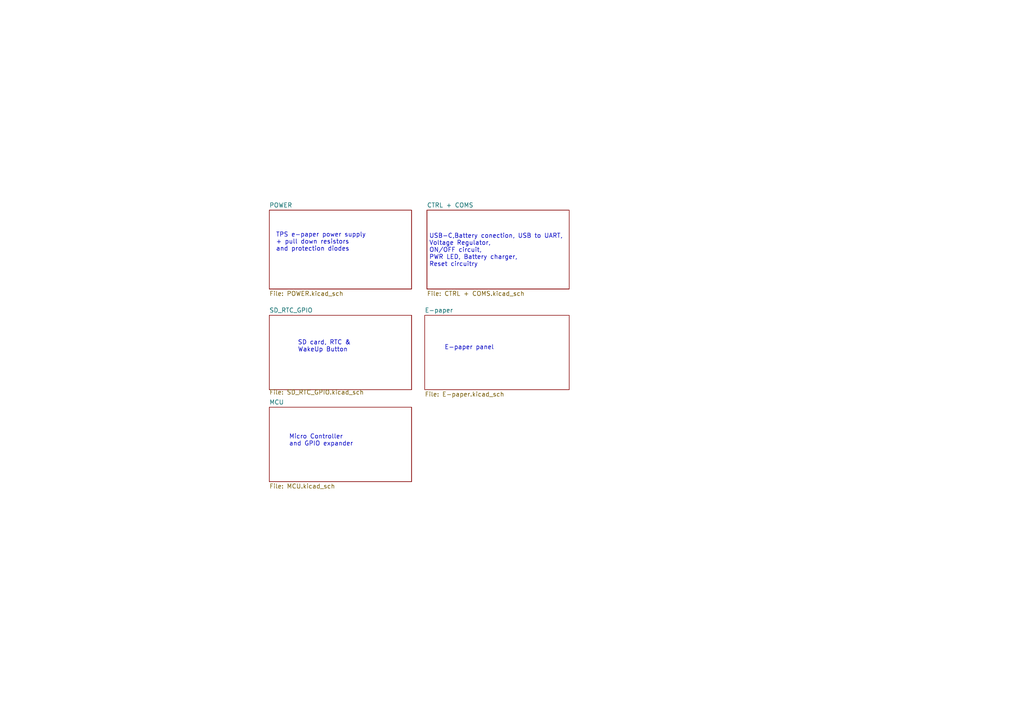
<source format=kicad_sch>
(kicad_sch (version 20211123) (generator eeschema)

  (uuid e63e39d7-6ac0-4ffd-8aa3-1841a4541b55)

  (paper "A4")

  (lib_symbols
  )


  (text "SD card, RTC &\nWakeUp Button" (at 86.36 102.235 0)
    (effects (font (size 1.27 1.27)) (justify left bottom))
    (uuid 86167905-d3c0-4841-9b62-3532e6f78fb3)
  )
  (text "TPS e-paper power supply\n+ pull down resistors\nand protection diodes"
    (at 80.01 73.025 0)
    (effects (font (size 1.27 1.27)) (justify left bottom))
    (uuid a97ef165-83d9-4486-a2ae-30fb34eb0904)
  )
  (text "E-paper panel" (at 128.905 101.6 0)
    (effects (font (size 1.27 1.27)) (justify left bottom))
    (uuid c253ed1e-2afb-45e9-990d-ddfd5ccb8cea)
  )
  (text "USB-C,Battery conection, USB to UART,\nVoltage Regulator, \nON/OFF circuit, \nPWR LED, Battery charger,\nReset circuitry"
    (at 124.46 77.47 0)
    (effects (font (size 1.27 1.27)) (justify left bottom))
    (uuid e7b8a5bc-4de7-4ae2-8942-cbadcc7d43bc)
  )
  (text "Micro Controller \nand GPIO expander" (at 83.82 129.54 0)
    (effects (font (size 1.27 1.27)) (justify left bottom))
    (uuid e7f245e7-8540-47eb-ac28-00cda0410bb9)
  )

  (sheet (at 123.19 91.44) (size 41.91 21.59) (fields_autoplaced)
    (stroke (width 0.1524) (type solid) (color 0 0 0 0))
    (fill (color 0 0 0 0.0000))
    (uuid 0000d647-6407-453c-b45d-c28049d1a635)
    (property "Sheet name" "E-paper" (id 0) (at 123.19 90.7284 0)
      (effects (font (size 1.27 1.27)) (justify left bottom))
    )
    (property "Sheet file" "E-paper.kicad_sch" (id 1) (at 123.19 113.6146 0)
      (effects (font (size 1.27 1.27)) (justify left top))
    )
  )

  (sheet (at 78.105 60.96) (size 41.275 22.86) (fields_autoplaced)
    (stroke (width 0.1524) (type solid) (color 0 0 0 0))
    (fill (color 0 0 0 0.0000))
    (uuid 1dff855a-a009-4e39-83d8-9c546ab45a49)
    (property "Sheet name" "POWER" (id 0) (at 78.105 60.2484 0)
      (effects (font (size 1.27 1.27)) (justify left bottom))
    )
    (property "Sheet file" "POWER.kicad_sch" (id 1) (at 78.105 84.4046 0)
      (effects (font (size 1.27 1.27)) (justify left top))
    )
  )

  (sheet (at 78.105 91.44) (size 41.275 21.59)
    (stroke (width 0.1524) (type solid) (color 0 0 0 0))
    (fill (color 0 0 0 0.0000))
    (uuid 39252848-f551-4344-9897-c39f44d46a38)
    (property "Sheet name" "SD_RTC_GPIO" (id 0) (at 78.105 90.7284 0)
      (effects (font (size 1.27 1.27)) (justify left bottom))
    )
    (property "Sheet file" "SD_RTC_GPIO.kicad_sch" (id 1) (at 78.105 113.03 0)
      (effects (font (size 1.27 1.27)) (justify left top))
    )
  )

  (sheet (at 78.105 118.11) (size 41.275 21.59) (fields_autoplaced)
    (stroke (width 0.1524) (type solid) (color 0 0 0 0))
    (fill (color 0 0 0 0.0000))
    (uuid 40573ad3-e16a-434b-ba6d-bed09e351455)
    (property "Sheet name" "MCU" (id 0) (at 78.105 117.3984 0)
      (effects (font (size 1.27 1.27)) (justify left bottom))
    )
    (property "Sheet file" "MCU.kicad_sch" (id 1) (at 78.105 140.2846 0)
      (effects (font (size 1.27 1.27)) (justify left top))
    )
  )

  (sheet (at 123.825 60.96) (size 41.275 22.86) (fields_autoplaced)
    (stroke (width 0.1524) (type solid) (color 0 0 0 0))
    (fill (color 0 0 0 0.0000))
    (uuid 9de2176d-3a3e-4dd8-806c-1cac67b3a898)
    (property "Sheet name" "CTRL + COMS" (id 0) (at 123.825 60.2484 0)
      (effects (font (size 1.27 1.27)) (justify left bottom))
    )
    (property "Sheet file" "CTRL + COMS.kicad_sch" (id 1) (at 123.825 84.4046 0)
      (effects (font (size 1.27 1.27)) (justify left top))
    )
  )

  (sheet_instances
    (path "/" (page "1"))
    (path "/1dff855a-a009-4e39-83d8-9c546ab45a49" (page "2"))
    (path "/9de2176d-3a3e-4dd8-806c-1cac67b3a898" (page "3"))
    (path "/39252848-f551-4344-9897-c39f44d46a38" (page "4"))
    (path "/0000d647-6407-453c-b45d-c28049d1a635" (page "5"))
    (path "/40573ad3-e16a-434b-ba6d-bed09e351455" (page "6"))
  )

  (symbol_instances
    (path "/1dff855a-a009-4e39-83d8-9c546ab45a49/74cc1fb6-e23e-4cf6-9f76-e1c10fb92b8b"
      (reference "#PWR0101") (unit 1) (value "VIN") (footprint "")
    )
    (path "/1dff855a-a009-4e39-83d8-9c546ab45a49/107fba3d-6d5f-4555-86eb-308c4df9b87f"
      (reference "#PWR0102") (unit 1) (value "GND") (footprint "")
    )
    (path "/1dff855a-a009-4e39-83d8-9c546ab45a49/a1f0cfc9-23af-4faa-86fe-1abc768ffe93"
      (reference "#PWR0103") (unit 1) (value "GND") (footprint "")
    )
    (path "/1dff855a-a009-4e39-83d8-9c546ab45a49/724c973a-b963-461f-871b-611c05be41a1"
      (reference "#PWR0104") (unit 1) (value "VIN") (footprint "")
    )
    (path "/1dff855a-a009-4e39-83d8-9c546ab45a49/9bdfb27f-c9ad-4974-8286-b25e5ffa2770"
      (reference "#PWR0105") (unit 1) (value "GND") (footprint "")
    )
    (path "/1dff855a-a009-4e39-83d8-9c546ab45a49/98a4af96-80c6-470b-b4bb-9390c11816c7"
      (reference "#PWR0106") (unit 1) (value "GND") (footprint "")
    )
    (path "/1dff855a-a009-4e39-83d8-9c546ab45a49/782a812e-268f-4f61-a9c1-58457c55963d"
      (reference "#PWR0107") (unit 1) (value "GND") (footprint "")
    )
    (path "/1dff855a-a009-4e39-83d8-9c546ab45a49/57d8cc79-cf18-4d5a-bc87-7a45d0cac6b3"
      (reference "#PWR0108") (unit 1) (value "GND") (footprint "")
    )
    (path "/1dff855a-a009-4e39-83d8-9c546ab45a49/e7d1484a-15bb-4bf0-80f8-cb447ab0ef9b"
      (reference "#PWR0109") (unit 1) (value "GND") (footprint "")
    )
    (path "/1dff855a-a009-4e39-83d8-9c546ab45a49/fcfb0e66-04da-4039-97d3-1a751d2a550d"
      (reference "#PWR0110") (unit 1) (value "GND") (footprint "")
    )
    (path "/1dff855a-a009-4e39-83d8-9c546ab45a49/4678abaa-9a89-421d-9554-6084135dcf31"
      (reference "#PWR0111") (unit 1) (value "GND") (footprint "")
    )
    (path "/1dff855a-a009-4e39-83d8-9c546ab45a49/248d6cad-d419-40d1-853e-840dcfdd09cc"
      (reference "#PWR0112") (unit 1) (value "VIN") (footprint "")
    )
    (path "/1dff855a-a009-4e39-83d8-9c546ab45a49/c56e9b46-40e6-4c99-8309-2c798e0730d0"
      (reference "#PWR0113") (unit 1) (value "VNEG") (footprint "")
    )
    (path "/1dff855a-a009-4e39-83d8-9c546ab45a49/124ce659-22a5-4a84-b30d-e5ec849b4e60"
      (reference "#PWR0114") (unit 1) (value "GND") (footprint "")
    )
    (path "/1dff855a-a009-4e39-83d8-9c546ab45a49/f76bafbd-6dd5-45ba-8a74-aeca1dbc8b97"
      (reference "#PWR0115") (unit 1) (value "GND") (footprint "")
    )
    (path "/1dff855a-a009-4e39-83d8-9c546ab45a49/aec4e2fa-ae3d-4cbd-8887-fd81c3238312"
      (reference "#PWR0116") (unit 1) (value "3V3-EINK") (footprint "")
    )
    (path "/1dff855a-a009-4e39-83d8-9c546ab45a49/7f209a0f-11ed-4bc8-a0ef-905a736fcf53"
      (reference "#PWR0117") (unit 1) (value "VPOS") (footprint "")
    )
    (path "/1dff855a-a009-4e39-83d8-9c546ab45a49/97d54307-1292-40cc-bd36-193e41046d77"
      (reference "#PWR0118") (unit 1) (value "GND") (footprint "")
    )
    (path "/1dff855a-a009-4e39-83d8-9c546ab45a49/f3fa19d8-c64e-498d-aa92-dcdcba3cc983"
      (reference "#PWR0119") (unit 1) (value "GND") (footprint "")
    )
    (path "/1dff855a-a009-4e39-83d8-9c546ab45a49/e0f4b64b-b739-484e-ba8e-428dcc3492f8"
      (reference "#PWR0120") (unit 1) (value "3V3") (footprint "")
    )
    (path "/1dff855a-a009-4e39-83d8-9c546ab45a49/a3863288-0321-49b8-9fae-b7064a5b590b"
      (reference "#PWR0121") (unit 1) (value "VEE") (footprint "")
    )
    (path "/1dff855a-a009-4e39-83d8-9c546ab45a49/3b95f19e-dfe9-4809-9985-1533f5c5f1ca"
      (reference "#PWR0122") (unit 1) (value "3V3-EINK") (footprint "")
    )
    (path "/1dff855a-a009-4e39-83d8-9c546ab45a49/f6dfbb3b-b43f-42d3-96ef-f25f5dec1e4e"
      (reference "#PWR0123") (unit 1) (value "VNEG") (footprint "")
    )
    (path "/1dff855a-a009-4e39-83d8-9c546ab45a49/c2d57075-c921-4625-a7b1-b6a2172def6a"
      (reference "#PWR0124") (unit 1) (value "GND") (footprint "")
    )
    (path "/1dff855a-a009-4e39-83d8-9c546ab45a49/6ef7c715-50f9-4b9e-b1d3-73caa5558c90"
      (reference "#PWR0125") (unit 1) (value "VEE") (footprint "")
    )
    (path "/1dff855a-a009-4e39-83d8-9c546ab45a49/bb013d14-9646-4ea4-be29-70d187c17559"
      (reference "#PWR0126") (unit 1) (value "VPOS") (footprint "")
    )
    (path "/1dff855a-a009-4e39-83d8-9c546ab45a49/01d5420c-1969-4148-a4ff-cb4af3b8426e"
      (reference "#PWR0127") (unit 1) (value "VNEG") (footprint "")
    )
    (path "/1dff855a-a009-4e39-83d8-9c546ab45a49/a4e64c80-b2df-4558-a2cb-a8c6591229fc"
      (reference "#PWR0128") (unit 1) (value "VDDH") (footprint "")
    )
    (path "/1dff855a-a009-4e39-83d8-9c546ab45a49/abd5b1f8-417b-4e4b-bb91-50def48c6e7b"
      (reference "#PWR0129") (unit 1) (value "GND") (footprint "")
    )
    (path "/1dff855a-a009-4e39-83d8-9c546ab45a49/4ca306ad-2ffb-405a-a6ba-c42be3530fcb"
      (reference "#PWR0130") (unit 1) (value "GND") (footprint "")
    )
    (path "/1dff855a-a009-4e39-83d8-9c546ab45a49/2f5ef7c8-8eca-44f8-b1b3-c33f39c4819a"
      (reference "#PWR0131") (unit 1) (value "GND") (footprint "")
    )
    (path "/1dff855a-a009-4e39-83d8-9c546ab45a49/d1f57772-5ce6-4b85-bd55-bf5b4526514f"
      (reference "#PWR0132") (unit 1) (value "GND") (footprint "")
    )
    (path "/1dff855a-a009-4e39-83d8-9c546ab45a49/978ba6d0-393f-40ef-930c-4bbf82ca9a8f"
      (reference "#PWR0133") (unit 1) (value "GND") (footprint "")
    )
    (path "/1dff855a-a009-4e39-83d8-9c546ab45a49/1020ad67-bbd8-437a-9a2e-479d9686db63"
      (reference "#PWR0134") (unit 1) (value "GND") (footprint "")
    )
    (path "/1dff855a-a009-4e39-83d8-9c546ab45a49/2c3c7953-603d-4b95-b24a-60ee04407d91"
      (reference "#PWR0135") (unit 1) (value "GND") (footprint "")
    )
    (path "/1dff855a-a009-4e39-83d8-9c546ab45a49/285d3b92-7942-4a70-9c84-2570cf0038f4"
      (reference "#PWR0136") (unit 1) (value "GND") (footprint "")
    )
    (path "/1dff855a-a009-4e39-83d8-9c546ab45a49/5d370142-d728-446e-8043-6d3520cc24c0"
      (reference "#PWR0137") (unit 1) (value "3V3") (footprint "")
    )
    (path "/1dff855a-a009-4e39-83d8-9c546ab45a49/403df5c3-9296-4e57-9eb2-73ccbcd04e94"
      (reference "#PWR0138") (unit 1) (value "VDDH") (footprint "")
    )
    (path "/1dff855a-a009-4e39-83d8-9c546ab45a49/58e34869-ff08-477e-96c5-732c294b147a"
      (reference "#PWR0139") (unit 1) (value "VPOS") (footprint "")
    )
    (path "/1dff855a-a009-4e39-83d8-9c546ab45a49/1b52a85f-b15f-4c4d-ab80-4ac1d5208a46"
      (reference "#PWR0140") (unit 1) (value "GND") (footprint "")
    )
    (path "/1dff855a-a009-4e39-83d8-9c546ab45a49/1a7e035e-e537-47b0-a6f4-52d66195f34e"
      (reference "#PWR0141") (unit 1) (value "VEE") (footprint "")
    )
    (path "/1dff855a-a009-4e39-83d8-9c546ab45a49/5f13b95f-acb5-4102-8b38-757d3ba9db3f"
      (reference "#PWR0142") (unit 1) (value "GND") (footprint "")
    )
    (path "/1dff855a-a009-4e39-83d8-9c546ab45a49/b6dd281d-709d-40d0-b07a-d66cc5ab1c21"
      (reference "#PWR0143") (unit 1) (value "VNEG") (footprint "")
    )
    (path "/1dff855a-a009-4e39-83d8-9c546ab45a49/a993c664-b3c2-4535-8dd7-d4f5238ae54a"
      (reference "#PWR0144") (unit 1) (value "VDDH") (footprint "")
    )
    (path "/1dff855a-a009-4e39-83d8-9c546ab45a49/4cbe2a39-bca4-4293-85ad-15c3b3f27304"
      (reference "#PWR0145") (unit 1) (value "GND") (footprint "")
    )
    (path "/1dff855a-a009-4e39-83d8-9c546ab45a49/3e36ab66-1e68-4565-b340-48ef54c5f43a"
      (reference "#PWR0146") (unit 1) (value "GND") (footprint "")
    )
    (path "/1dff855a-a009-4e39-83d8-9c546ab45a49/10f4b14f-a3f2-45ee-990e-884505edc545"
      (reference "#PWR0147") (unit 1) (value "GND") (footprint "")
    )
    (path "/1dff855a-a009-4e39-83d8-9c546ab45a49/a3b2628b-0a49-4505-aab9-3578401a32e8"
      (reference "#PWR0148") (unit 1) (value "VDDH") (footprint "")
    )
    (path "/1dff855a-a009-4e39-83d8-9c546ab45a49/891e32a9-2f82-4682-ab2f-45c996aabef4"
      (reference "#PWR0149") (unit 1) (value "GND") (footprint "")
    )
    (path "/1dff855a-a009-4e39-83d8-9c546ab45a49/ae0e5093-e244-40f0-a299-94b8ffa3abe5"
      (reference "#PWR0150") (unit 1) (value "GND") (footprint "")
    )
    (path "/1dff855a-a009-4e39-83d8-9c546ab45a49/9d9006b1-c0da-4488-b6c4-3bf750600acd"
      (reference "#PWR0151") (unit 1) (value "VEE") (footprint "")
    )
    (path "/1dff855a-a009-4e39-83d8-9c546ab45a49/ec58a2eb-5bcb-40ee-8026-13e63dee9bb3"
      (reference "#PWR0152") (unit 1) (value "GND") (footprint "")
    )
    (path "/1dff855a-a009-4e39-83d8-9c546ab45a49/0f868636-a9fe-43d0-9ab7-ed1184116232"
      (reference "#PWR0153") (unit 1) (value "VPOS") (footprint "")
    )
    (path "/1dff855a-a009-4e39-83d8-9c546ab45a49/628e4825-a201-48a3-bbe8-55f8491fa40d"
      (reference "#PWR0154") (unit 1) (value "VIN") (footprint "")
    )
    (path "/1dff855a-a009-4e39-83d8-9c546ab45a49/2130a0f3-eb37-4205-8faa-e97f61196a45"
      (reference "#PWR0155") (unit 1) (value "3V3-EINK") (footprint "")
    )
    (path "/1dff855a-a009-4e39-83d8-9c546ab45a49/dcb7b645-f703-4535-abf2-9dd4676274c7"
      (reference "#PWR0156") (unit 1) (value "VBAT") (footprint "")
    )
    (path "/9de2176d-3a3e-4dd8-806c-1cac67b3a898/2694ae2b-13c0-4885-baf0-f6e92e89fd04"
      (reference "#PWR0157") (unit 1) (value "GND") (footprint "")
    )
    (path "/9de2176d-3a3e-4dd8-806c-1cac67b3a898/5d061b70-022b-4717-b2da-4346db5706a0"
      (reference "#PWR0158") (unit 1) (value "GND") (footprint "")
    )
    (path "/9de2176d-3a3e-4dd8-806c-1cac67b3a898/b5fb2377-e3fa-48a1-8eee-cf5869fc4cda"
      (reference "#PWR0159") (unit 1) (value "GND") (footprint "")
    )
    (path "/9de2176d-3a3e-4dd8-806c-1cac67b3a898/b61288dd-f522-42cb-9334-d04d24827425"
      (reference "#PWR0160") (unit 1) (value "GND") (footprint "")
    )
    (path "/9de2176d-3a3e-4dd8-806c-1cac67b3a898/7a8f6da0-adda-4f6d-b0dc-c18e734e02b8"
      (reference "#PWR0161") (unit 1) (value "3V3") (footprint "")
    )
    (path "/9de2176d-3a3e-4dd8-806c-1cac67b3a898/0579b79b-2ca5-45a0-94a7-bc0d19827840"
      (reference "#PWR0162") (unit 1) (value "3V3") (footprint "")
    )
    (path "/9de2176d-3a3e-4dd8-806c-1cac67b3a898/048f3359-732d-4a66-bba8-f128c6f1772f"
      (reference "#PWR0163") (unit 1) (value "GND") (footprint "")
    )
    (path "/9de2176d-3a3e-4dd8-806c-1cac67b3a898/79f507a9-a21b-451b-923a-0fb5a7234304"
      (reference "#PWR0164") (unit 1) (value "3V3") (footprint "")
    )
    (path "/9de2176d-3a3e-4dd8-806c-1cac67b3a898/29af65b8-4288-42be-ae41-3392a9488842"
      (reference "#PWR0165") (unit 1) (value "3V3") (footprint "")
    )
    (path "/9de2176d-3a3e-4dd8-806c-1cac67b3a898/034a2cc3-7676-4e77-bd58-b3827d36e729"
      (reference "#PWR0166") (unit 1) (value "GND") (footprint "")
    )
    (path "/9de2176d-3a3e-4dd8-806c-1cac67b3a898/7165665d-da0e-42a3-8de2-4ca986ca92d6"
      (reference "#PWR0167") (unit 1) (value "GND") (footprint "")
    )
    (path "/9de2176d-3a3e-4dd8-806c-1cac67b3a898/40a58ae8-a5ce-4924-8a4b-e377d9d38ad0"
      (reference "#PWR0168") (unit 1) (value "VIN") (footprint "")
    )
    (path "/9de2176d-3a3e-4dd8-806c-1cac67b3a898/df361a83-ce01-44dd-a298-4cd20955111a"
      (reference "#PWR0169") (unit 1) (value "3V3") (footprint "")
    )
    (path "/9de2176d-3a3e-4dd8-806c-1cac67b3a898/839d13fb-1748-4f67-b395-a7c44fb6de53"
      (reference "#PWR0170") (unit 1) (value "GND") (footprint "")
    )
    (path "/9de2176d-3a3e-4dd8-806c-1cac67b3a898/607ac08b-9efc-4f71-8c5b-ba69d80b73ed"
      (reference "#PWR0171") (unit 1) (value "GND") (footprint "")
    )
    (path "/9de2176d-3a3e-4dd8-806c-1cac67b3a898/803e9b4f-7806-41fd-a8f4-c2cb3da5bebe"
      (reference "#PWR0172") (unit 1) (value "VUSB") (footprint "")
    )
    (path "/9de2176d-3a3e-4dd8-806c-1cac67b3a898/7359e87b-1ce2-4053-81b7-c102fe600e8e"
      (reference "#PWR0173") (unit 1) (value "VUSB") (footprint "")
    )
    (path "/9de2176d-3a3e-4dd8-806c-1cac67b3a898/a5898ce1-06a5-4d5a-9531-59f010d0464f"
      (reference "#PWR0174") (unit 1) (value "VIN") (footprint "")
    )
    (path "/9de2176d-3a3e-4dd8-806c-1cac67b3a898/66fedc04-de7a-4497-abc9-395b377d53e5"
      (reference "#PWR0175") (unit 1) (value "VBAT") (footprint "")
    )
    (path "/9de2176d-3a3e-4dd8-806c-1cac67b3a898/a1abef45-78e1-4c93-aa2b-bb4177756faa"
      (reference "#PWR0176") (unit 1) (value "VIN") (footprint "")
    )
    (path "/9de2176d-3a3e-4dd8-806c-1cac67b3a898/938d2b76-38bf-4cd1-b554-a1dbcb60b2c1"
      (reference "#PWR0177") (unit 1) (value "GND") (footprint "")
    )
    (path "/9de2176d-3a3e-4dd8-806c-1cac67b3a898/bf0e3a7e-1cba-4a6a-a1dd-da8c3d12cb4b"
      (reference "#PWR0178") (unit 1) (value "GND") (footprint "")
    )
    (path "/9de2176d-3a3e-4dd8-806c-1cac67b3a898/b00b4b72-10b7-4e77-8d3e-bc92504eb659"
      (reference "#PWR0179") (unit 1) (value "3V3") (footprint "")
    )
    (path "/9de2176d-3a3e-4dd8-806c-1cac67b3a898/bc55685a-347f-408d-a290-42c91b58c76b"
      (reference "#PWR0180") (unit 1) (value "GND") (footprint "")
    )
    (path "/9de2176d-3a3e-4dd8-806c-1cac67b3a898/90619477-3c43-415e-a3a8-b8303f59ea9e"
      (reference "#PWR0181") (unit 1) (value "GND") (footprint "")
    )
    (path "/9de2176d-3a3e-4dd8-806c-1cac67b3a898/7dc121da-fde0-4e46-ba8e-c3c55fab0bac"
      (reference "#PWR0182") (unit 1) (value "3V3") (footprint "")
    )
    (path "/9de2176d-3a3e-4dd8-806c-1cac67b3a898/bb4ff8c2-e65f-4ae1-9a48-681ee98667ef"
      (reference "#PWR0183") (unit 1) (value "GND") (footprint "")
    )
    (path "/9de2176d-3a3e-4dd8-806c-1cac67b3a898/5cfda414-eca3-4023-8a8c-a19b2d9c4f9e"
      (reference "#PWR0184") (unit 1) (value "GND") (footprint "")
    )
    (path "/9de2176d-3a3e-4dd8-806c-1cac67b3a898/28d903b1-f0fc-4fe3-8653-aa79fd0c91de"
      (reference "#PWR0185") (unit 1) (value "VIN") (footprint "")
    )
    (path "/9de2176d-3a3e-4dd8-806c-1cac67b3a898/711d5ec9-3b77-418e-8948-7367a9d44fbd"
      (reference "#PWR0186") (unit 1) (value "GND") (footprint "")
    )
    (path "/9de2176d-3a3e-4dd8-806c-1cac67b3a898/17c379f3-b027-4978-ba36-be2f27599a56"
      (reference "#PWR0187") (unit 1) (value "GND") (footprint "")
    )
    (path "/9de2176d-3a3e-4dd8-806c-1cac67b3a898/0912ec80-7c93-4638-9c7b-6b7a71c5b778"
      (reference "#PWR0188") (unit 1) (value "GND") (footprint "")
    )
    (path "/9de2176d-3a3e-4dd8-806c-1cac67b3a898/eab5b3a0-47d0-4b3a-9f2b-23769faf90ef"
      (reference "#PWR0189") (unit 1) (value "VBAT") (footprint "")
    )
    (path "/9de2176d-3a3e-4dd8-806c-1cac67b3a898/e5310957-a398-4990-b4dc-edebd1433a5b"
      (reference "#PWR0190") (unit 1) (value "GND") (footprint "")
    )
    (path "/9de2176d-3a3e-4dd8-806c-1cac67b3a898/55a19a8e-0d08-4d23-b8e2-bbf5eda73e83"
      (reference "#PWR0191") (unit 1) (value "VBAT") (footprint "")
    )
    (path "/9de2176d-3a3e-4dd8-806c-1cac67b3a898/395bf560-9f7a-48c2-be76-c8f0d338d485"
      (reference "#PWR0192") (unit 1) (value "GND") (footprint "")
    )
    (path "/9de2176d-3a3e-4dd8-806c-1cac67b3a898/48f7fa39-b1be-4706-8e18-ae0623df1427"
      (reference "#PWR0193") (unit 1) (value "GND") (footprint "")
    )
    (path "/9de2176d-3a3e-4dd8-806c-1cac67b3a898/0f80275c-9349-4cb5-ad71-a3df7e5ceb10"
      (reference "#PWR0194") (unit 1) (value "VBAT") (footprint "")
    )
    (path "/9de2176d-3a3e-4dd8-806c-1cac67b3a898/5142b953-383e-4ae9-abc9-30c8ec246182"
      (reference "#PWR0195") (unit 1) (value "VUSB") (footprint "")
    )
    (path "/9de2176d-3a3e-4dd8-806c-1cac67b3a898/76660336-1a72-47f5-bb2b-4e8419a1544a"
      (reference "#PWR0196") (unit 1) (value "GND") (footprint "")
    )
    (path "/9de2176d-3a3e-4dd8-806c-1cac67b3a898/ae362dc5-668c-449e-b5e2-da38dfdc0c25"
      (reference "#PWR0197") (unit 1) (value "GND") (footprint "")
    )
    (path "/9de2176d-3a3e-4dd8-806c-1cac67b3a898/92e94261-a13c-475b-b01e-c511c8f7e9b0"
      (reference "#PWR0198") (unit 1) (value "VBAT") (footprint "")
    )
    (path "/9de2176d-3a3e-4dd8-806c-1cac67b3a898/a81c8e5b-4b1c-49b6-b99d-c7f7655051ca"
      (reference "#PWR0199") (unit 1) (value "GND") (footprint "")
    )
    (path "/9de2176d-3a3e-4dd8-806c-1cac67b3a898/0358e75b-4231-4d84-95e9-6a0e2b8ec381"
      (reference "#PWR0200") (unit 1) (value "VUSB") (footprint "")
    )
    (path "/9de2176d-3a3e-4dd8-806c-1cac67b3a898/da77077a-dbc7-47dc-bc2a-414d2f31f8db"
      (reference "#PWR0201") (unit 1) (value "GND") (footprint "")
    )
    (path "/9de2176d-3a3e-4dd8-806c-1cac67b3a898/a2b11d9f-8708-4447-97e3-6964d710d398"
      (reference "#PWR0202") (unit 1) (value "GND") (footprint "")
    )
    (path "/9de2176d-3a3e-4dd8-806c-1cac67b3a898/513e8cb6-6b95-4ba2-80f0-31101c38cb91"
      (reference "#PWR0203") (unit 1) (value "GND") (footprint "")
    )
    (path "/9de2176d-3a3e-4dd8-806c-1cac67b3a898/10fda391-8c45-4bb5-a08c-06be51f40127"
      (reference "#PWR0204") (unit 1) (value "GND") (footprint "")
    )
    (path "/9de2176d-3a3e-4dd8-806c-1cac67b3a898/2cd4403f-2ddc-47d2-b0ef-1168b5faace1"
      (reference "#PWR0205") (unit 1) (value "VUSB") (footprint "")
    )
    (path "/39252848-f551-4344-9897-c39f44d46a38/bdbdc928-0239-40ec-b7d1-bef4daba432a"
      (reference "#PWR0206") (unit 1) (value "GND") (footprint "")
    )
    (path "/39252848-f551-4344-9897-c39f44d46a38/8aea6299-5ef3-4b41-971f-67a15bb1916c"
      (reference "#PWR0207") (unit 1) (value "GND") (footprint "")
    )
    (path "/39252848-f551-4344-9897-c39f44d46a38/abac3446-35de-4a5e-a253-703dbf466e00"
      (reference "#PWR0208") (unit 1) (value "3V3") (footprint "")
    )
    (path "/39252848-f551-4344-9897-c39f44d46a38/bf96aa92-fef1-4317-bcdf-e998b8ba397b"
      (reference "#PWR0209") (unit 1) (value "3V3") (footprint "")
    )
    (path "/39252848-f551-4344-9897-c39f44d46a38/f30737a6-aae7-4cbc-83db-ede2fc6494ca"
      (reference "#PWR0210") (unit 1) (value "GND") (footprint "")
    )
    (path "/39252848-f551-4344-9897-c39f44d46a38/ea72d0b6-1438-4168-bb7f-26314307e9fb"
      (reference "#PWR0211") (unit 1) (value "3V3") (footprint "")
    )
    (path "/39252848-f551-4344-9897-c39f44d46a38/3c2a320b-f5d0-4862-857c-2c92384ec7a7"
      (reference "#PWR0212") (unit 1) (value "GND") (footprint "")
    )
    (path "/39252848-f551-4344-9897-c39f44d46a38/a674ff9c-545f-42ef-be64-453a34f51cf9"
      (reference "#PWR0213") (unit 1) (value "GND") (footprint "")
    )
    (path "/39252848-f551-4344-9897-c39f44d46a38/b39aea19-498d-41fd-92d5-f0272719f98e"
      (reference "#PWR0214") (unit 1) (value "GND") (footprint "")
    )
    (path "/39252848-f551-4344-9897-c39f44d46a38/7bcbc864-f0ab-4c4d-aaaf-e543fa3c149e"
      (reference "#PWR0215") (unit 1) (value "GND") (footprint "")
    )
    (path "/39252848-f551-4344-9897-c39f44d46a38/847a330e-2d75-4e2f-ba38-870df0ec637a"
      (reference "#PWR0216") (unit 1) (value "3V3") (footprint "")
    )
    (path "/0000d647-6407-453c-b45d-c28049d1a635/ce9ce6e5-bb13-4171-a90d-5409e208ee7b"
      (reference "#PWR0217") (unit 1) (value "GND") (footprint "")
    )
    (path "/0000d647-6407-453c-b45d-c28049d1a635/fa4ad694-2c13-442b-85ee-ea5478d9c3e0"
      (reference "#PWR0218") (unit 1) (value "3V3-EINK") (footprint "")
    )
    (path "/0000d647-6407-453c-b45d-c28049d1a635/aa3643d7-f1f4-4bd7-a45b-471a7b0188b0"
      (reference "#PWR0219") (unit 1) (value "GND") (footprint "")
    )
    (path "/0000d647-6407-453c-b45d-c28049d1a635/0e3611fa-57ce-4148-8b8d-dcbe1e3c585c"
      (reference "#PWR0220") (unit 1) (value "GND") (footprint "")
    )
    (path "/0000d647-6407-453c-b45d-c28049d1a635/eab989ba-d4bd-46f3-adae-681ff954673b"
      (reference "#PWR0221") (unit 1) (value "VNEG") (footprint "")
    )
    (path "/0000d647-6407-453c-b45d-c28049d1a635/2b9560aa-ca85-40bd-96c0-e06c0c8c5ac1"
      (reference "#PWR0222") (unit 1) (value "VPOS") (footprint "")
    )
    (path "/0000d647-6407-453c-b45d-c28049d1a635/71850301-9fe4-419a-9208-6472a83cf8fa"
      (reference "#PWR0223") (unit 1) (value "3V3-EINK") (footprint "")
    )
    (path "/0000d647-6407-453c-b45d-c28049d1a635/e475ff9c-cb39-4f49-abea-1fc9434f4cde"
      (reference "#PWR0224") (unit 1) (value "GND") (footprint "")
    )
    (path "/0000d647-6407-453c-b45d-c28049d1a635/0a4b5b07-6a07-413e-ab48-2bdae1bb8afc"
      (reference "#PWR0225") (unit 1) (value "GND") (footprint "")
    )
    (path "/0000d647-6407-453c-b45d-c28049d1a635/8d4b41e7-ee90-4947-80c3-4380b3f76127"
      (reference "#PWR0226") (unit 1) (value "VEE") (footprint "")
    )
    (path "/0000d647-6407-453c-b45d-c28049d1a635/b7d6fdd5-115c-4cf0-a02b-635165c3e203"
      (reference "#PWR0227") (unit 1) (value "VDDH") (footprint "")
    )
    (path "/0000d647-6407-453c-b45d-c28049d1a635/9ca7f72a-1864-4d37-8858-9be9fa1bfa5e"
      (reference "#PWR0228") (unit 1) (value "3V3-EINK") (footprint "")
    )
    (path "/40573ad3-e16a-434b-ba6d-bed09e351455/46c9035e-c753-468d-9752-c7b099e418ad"
      (reference "#PWR0229") (unit 1) (value "3V3") (footprint "")
    )
    (path "/40573ad3-e16a-434b-ba6d-bed09e351455/6645d0df-8db5-4206-b15b-6181e868f1b6"
      (reference "#PWR0230") (unit 1) (value "GND") (footprint "")
    )
    (path "/40573ad3-e16a-434b-ba6d-bed09e351455/af03aa57-cb4d-4c09-8fdc-eee8034e2239"
      (reference "#PWR0231") (unit 1) (value "GND") (footprint "")
    )
    (path "/40573ad3-e16a-434b-ba6d-bed09e351455/5b29ba17-087f-43e4-880d-61ab29f18d00"
      (reference "#PWR0232") (unit 1) (value "3V3") (footprint "")
    )
    (path "/40573ad3-e16a-434b-ba6d-bed09e351455/6b25013b-a832-4715-a46b-960096fe8e9d"
      (reference "#PWR0233") (unit 1) (value "3V3") (footprint "")
    )
    (path "/40573ad3-e16a-434b-ba6d-bed09e351455/5334a6d1-9a64-4884-bca3-9784df040118"
      (reference "#PWR0234") (unit 1) (value "GND") (footprint "")
    )
    (path "/40573ad3-e16a-434b-ba6d-bed09e351455/9e75729d-034d-4561-9730-6c10bdaf2f07"
      (reference "#PWR0235") (unit 1) (value "GND") (footprint "")
    )
    (path "/40573ad3-e16a-434b-ba6d-bed09e351455/17cdc0c3-1914-4b1a-8fa7-fb66894ef625"
      (reference "#PWR0236") (unit 1) (value "3V3") (footprint "")
    )
    (path "/40573ad3-e16a-434b-ba6d-bed09e351455/bfd12074-2f6c-48f3-8838-1994964a644b"
      (reference "#PWR0237") (unit 1) (value "3V3") (footprint "")
    )
    (path "/40573ad3-e16a-434b-ba6d-bed09e351455/0b697538-9614-4a2a-ad31-ad27c0958011"
      (reference "#PWR0238") (unit 1) (value "GND") (footprint "")
    )
    (path "/40573ad3-e16a-434b-ba6d-bed09e351455/403ca4ee-e86b-431e-b953-73918bba9f02"
      (reference "#PWR0239") (unit 1) (value "GND") (footprint "")
    )
    (path "/40573ad3-e16a-434b-ba6d-bed09e351455/74338157-f4f2-4203-918a-58cc4de8acd4"
      (reference "#PWR0240") (unit 1) (value "3V3") (footprint "")
    )
    (path "/40573ad3-e16a-434b-ba6d-bed09e351455/8b157861-8fb3-4445-84f6-1ec0a08bf48c"
      (reference "#PWR0241") (unit 1) (value "GND") (footprint "")
    )
    (path "/40573ad3-e16a-434b-ba6d-bed09e351455/732942a0-03a3-431d-ad42-03525df85ad9"
      (reference "#PWR0242") (unit 1) (value "GND") (footprint "")
    )
    (path "/40573ad3-e16a-434b-ba6d-bed09e351455/5de06762-8f7f-4b03-865d-8465213165c4"
      (reference "#PWR0243") (unit 1) (value "GND") (footprint "")
    )
    (path "/40573ad3-e16a-434b-ba6d-bed09e351455/bdfc7a24-9c6b-48f0-b49d-4ad3441e0bad"
      (reference "#PWR0244") (unit 1) (value "3V3") (footprint "")
    )
    (path "/40573ad3-e16a-434b-ba6d-bed09e351455/0af4076c-074b-47cd-96bc-b8f8d727849f"
      (reference "#PWR0245") (unit 1) (value "3V3") (footprint "")
    )
    (path "/40573ad3-e16a-434b-ba6d-bed09e351455/134e98ca-7c58-4468-867e-976e2a437024"
      (reference "#PWR0246") (unit 1) (value "3V3") (footprint "")
    )
    (path "/40573ad3-e16a-434b-ba6d-bed09e351455/31f1c2d1-fa2c-48e7-9ad8-dbaed35b7e15"
      (reference "#PWR0247") (unit 1) (value "GND") (footprint "")
    )
    (path "/0000d647-6407-453c-b45d-c28049d1a635/0b92dc94-66fe-4606-ba1b-7d1b2292e2ef"
      (reference "#PWR0248") (unit 1) (value "VNEG") (footprint "")
    )
    (path "/0000d647-6407-453c-b45d-c28049d1a635/f200c2ae-bf8a-4794-953a-a29c837b5b90"
      (reference "#PWR0249") (unit 1) (value "GND") (footprint "")
    )
    (path "/0000d647-6407-453c-b45d-c28049d1a635/fb7f31c5-18f0-4868-845e-931602f099be"
      (reference "#PWR0250") (unit 1) (value "GND") (footprint "")
    )
    (path "/0000d647-6407-453c-b45d-c28049d1a635/31943843-ff6b-4e8d-ba9e-5a08a32613d6"
      (reference "#PWR0251") (unit 1) (value "GND") (footprint "")
    )
    (path "/0000d647-6407-453c-b45d-c28049d1a635/bf8c06ec-b539-4540-9818-e01869418161"
      (reference "#PWR0252") (unit 1) (value "GND") (footprint "")
    )
    (path "/0000d647-6407-453c-b45d-c28049d1a635/6658dbe2-6c05-4884-ac52-4e66b57c06f6"
      (reference "#PWR0253") (unit 1) (value "VDDH") (footprint "")
    )
    (path "/0000d647-6407-453c-b45d-c28049d1a635/fe3c54e4-3be8-4994-9116-80b59479b380"
      (reference "#PWR0254") (unit 1) (value "GND") (footprint "")
    )
    (path "/0000d647-6407-453c-b45d-c28049d1a635/5f304c6b-d8ec-4def-86fa-49bcb710bb02"
      (reference "#PWR0255") (unit 1) (value "GND") (footprint "")
    )
    (path "/0000d647-6407-453c-b45d-c28049d1a635/3fd30dcb-52fe-4dca-8228-2f849c907ae7"
      (reference "#PWR0256") (unit 1) (value "VPOS") (footprint "")
    )
    (path "/0000d647-6407-453c-b45d-c28049d1a635/a8b931fe-d0f7-4b5f-91e3-db43a1686356"
      (reference "#PWR0257") (unit 1) (value "3V3-EINK") (footprint "")
    )
    (path "/0000d647-6407-453c-b45d-c28049d1a635/956e8f7c-f290-4c97-80f6-df4d2eb968c2"
      (reference "#PWR0258") (unit 1) (value "VEE") (footprint "")
    )
    (path "/1dff855a-a009-4e39-83d8-9c546ab45a49/a280521c-c74b-4ecf-b9b4-213ba488c164"
      (reference "C1") (unit 1) (value "4u7-TMK212AB7475KG-T") (footprint "e-radionica.com footprinti:0603C")
    )
    (path "/1dff855a-a009-4e39-83d8-9c546ab45a49/065d0979-edbd-499d-acf7-48acd2b15b4e"
      (reference "C2") (unit 1) (value "4u7-TMK212AB7475KG-T") (footprint "e-radionica.com footprinti:0603C")
    )
    (path "/1dff855a-a009-4e39-83d8-9c546ab45a49/c949cd41-2dbe-4947-9867-2c4b261dc53f"
      (reference "C3") (unit 1) (value "4u7-TMK212AB7475KG-T") (footprint "e-radionica.com footprinti:0603C")
    )
    (path "/1dff855a-a009-4e39-83d8-9c546ab45a49/931e0314-2895-41b4-ade0-aa160700a4f7"
      (reference "C4") (unit 1) (value "4u7-TMK212AB7475KG-T") (footprint "e-radionica.com footprinti:0603C")
    )
    (path "/1dff855a-a009-4e39-83d8-9c546ab45a49/cc7bfa1c-21d1-4e4e-84d7-c0f60830995e"
      (reference "C5") (unit 1) (value "10u-GRM188R61E106KA73J") (footprint "e-radionica.com footprinti:0603C")
    )
    (path "/1dff855a-a009-4e39-83d8-9c546ab45a49/1367a06d-920e-495e-9066-4f7e2d2da9b3"
      (reference "C6") (unit 1) (value "4u7-TMK212AB7475KG-T") (footprint "e-radionica.com footprinti:0603C")
    )
    (path "/1dff855a-a009-4e39-83d8-9c546ab45a49/35c4e501-0e47-412c-ac9a-a49394c60fe6"
      (reference "C7") (unit 1) (value "4u7-TMK212AB7475KG-T") (footprint "e-radionica.com footprinti:0603C")
    )
    (path "/1dff855a-a009-4e39-83d8-9c546ab45a49/080b6e12-2ff2-4d50-83f7-4f249bc65a95"
      (reference "C8") (unit 1) (value "10u-GRM188R61E106KA73J") (footprint "e-radionica.com footprinti:0603C")
    )
    (path "/1dff855a-a009-4e39-83d8-9c546ab45a49/9a17e937-0d89-46e2-97ed-a3fc63bdae56"
      (reference "C9") (unit 1) (value "4u7-TMK212AB7475KG-T") (footprint "e-radionica.com footprinti:0603C")
    )
    (path "/1dff855a-a009-4e39-83d8-9c546ab45a49/23e777ac-b7f7-4330-81a3-7e9ba7d8a11b"
      (reference "C10") (unit 1) (value "10u-GRM188R61E106KA73J") (footprint "e-radionica.com footprinti:0603C")
    )
    (path "/1dff855a-a009-4e39-83d8-9c546ab45a49/57a632e2-5d35-4ec7-92f4-15d9bd90d7ae"
      (reference "C11") (unit 1) (value "4u7-TMK212AB7475KG-T") (footprint "e-radionica.com footprinti:0603C")
    )
    (path "/1dff855a-a009-4e39-83d8-9c546ab45a49/d62b48c7-96f2-4a84-a966-6ae628b4ee25"
      (reference "C12") (unit 1) (value "4u7-TMK212AB7475KG-T") (footprint "e-radionica.com footprinti:0603C")
    )
    (path "/1dff855a-a009-4e39-83d8-9c546ab45a49/027e032f-1824-43dc-8ddc-ff2316bbe64d"
      (reference "C13") (unit 1) (value "4u7-TMK212AB7475KG-T") (footprint "e-radionica.com footprinti:0603C")
    )
    (path "/1dff855a-a009-4e39-83d8-9c546ab45a49/aa402c32-bc32-4c87-8324-7695fad8e379"
      (reference "C14") (unit 1) (value "2u2-GRM188R61E225MA12D") (footprint "e-radionica.com footprinti:0603C")
    )
    (path "/1dff855a-a009-4e39-83d8-9c546ab45a49/15d7c1c2-3ecd-4ea8-bfca-561eed051a79"
      (reference "C15") (unit 1) (value "2u2-GRM188R61E225MA12D") (footprint "e-radionica.com footprinti:0603C")
    )
    (path "/1dff855a-a009-4e39-83d8-9c546ab45a49/c0aaa70c-2395-4a81-b073-0153c71920cd"
      (reference "C16") (unit 1) (value "10n-AC0603KRX7R8BB103") (footprint "e-radionica.com footprinti:0603C")
    )
    (path "/1dff855a-a009-4e39-83d8-9c546ab45a49/ffbbd9f4-db4c-4fe2-bf23-756745154ba6"
      (reference "C17") (unit 1) (value "10n-AC0603KRX7R8BB103") (footprint "e-radionica.com footprinti:0603C")
    )
    (path "/1dff855a-a009-4e39-83d8-9c546ab45a49/794b54e2-be1b-425a-9cf4-ee69d223a564"
      (reference "C18") (unit 1) (value "100n-AC0603KRX7R8BB104") (footprint "e-radionica.com footprinti:0603C")
    )
    (path "/1dff855a-a009-4e39-83d8-9c546ab45a49/652a3986-c2c2-4660-b8a2-20a71a3bf81d"
      (reference "C19") (unit 1) (value "100n-AC0603KRX7R8BB104") (footprint "e-radionica.com footprinti:0603C")
    )
    (path "/9de2176d-3a3e-4dd8-806c-1cac67b3a898/062d02d0-73f1-45a4-9d72-eb1682c4eb26"
      (reference "C20") (unit 1) (value "100n") (footprint "e-radionica.com footprinti:0603C")
    )
    (path "/9de2176d-3a3e-4dd8-806c-1cac67b3a898/a3130091-9de5-477f-ae03-fa3516ed8311"
      (reference "C21") (unit 1) (value "10u") (footprint "e-radionica.com footprinti:1206C")
    )
    (path "/9de2176d-3a3e-4dd8-806c-1cac67b3a898/3cec1242-fefd-45f9-be37-dfaa3b57a7d8"
      (reference "C22") (unit 1) (value "100n") (footprint "e-radionica.com footprinti:0603C")
    )
    (path "/9de2176d-3a3e-4dd8-806c-1cac67b3a898/a7307a97-43ab-4520-8532-d2a099732060"
      (reference "C23") (unit 1) (value "100n") (footprint "e-radionica.com footprinti:0603C")
    )
    (path "/9de2176d-3a3e-4dd8-806c-1cac67b3a898/428e5095-9451-4472-87f9-85a6ff426e31"
      (reference "C24") (unit 1) (value "DNP") (footprint "e-radionica.com footprinti:2917C")
    )
    (path "/9de2176d-3a3e-4dd8-806c-1cac67b3a898/92b49556-6c99-4f16-918b-30df39b5e609"
      (reference "C25") (unit 1) (value "2u2") (footprint "e-radionica.com footprinti:0603C")
    )
    (path "/9de2176d-3a3e-4dd8-806c-1cac67b3a898/9b42bf41-22f5-498e-a1e1-dbd7dfcc7197"
      (reference "C26") (unit 1) (value "2u2") (footprint "e-radionica.com footprinti:0603C")
    )
    (path "/9de2176d-3a3e-4dd8-806c-1cac67b3a898/17b644a2-c048-4b60-a274-1a297668e3cb"
      (reference "C27") (unit 1) (value "10u") (footprint "e-radionica.com footprinti:1206C")
    )
    (path "/9de2176d-3a3e-4dd8-806c-1cac67b3a898/5f044011-bd4f-449a-b129-5c034f7bec2d"
      (reference "C28") (unit 1) (value "2u2") (footprint "e-radionica.com footprinti:0603C")
    )
    (path "/9de2176d-3a3e-4dd8-806c-1cac67b3a898/61ca931f-a1ff-403a-92b0-dee763968874"
      (reference "C29") (unit 1) (value "100n") (footprint "e-radionica.com footprinti:0603C")
    )
    (path "/9de2176d-3a3e-4dd8-806c-1cac67b3a898/aa9febe8-80c5-4d92-b6e4-df93bbc018c7"
      (reference "C30") (unit 1) (value "100n") (footprint "e-radionica.com footprinti:0603C")
    )
    (path "/9de2176d-3a3e-4dd8-806c-1cac67b3a898/90c62780-43cd-479b-9f24-6c865f2d8d27"
      (reference "C31") (unit 1) (value "2u2") (footprint "e-radionica.com footprinti:0603C")
    )
    (path "/9de2176d-3a3e-4dd8-806c-1cac67b3a898/62c9fef4-bc7f-40aa-b6a9-405bdcb01b0e"
      (reference "C32") (unit 1) (value "100n") (footprint "e-radionica.com footprinti:0603C")
    )
    (path "/9de2176d-3a3e-4dd8-806c-1cac67b3a898/8ce58585-d78b-4d66-b1df-e06bcbe1d345"
      (reference "C33") (unit 1) (value "100n") (footprint "e-radionica.com footprinti:0603C")
    )
    (path "/39252848-f551-4344-9897-c39f44d46a38/d459f929-b80a-4bd9-aecf-3012ec1f42fe"
      (reference "C34") (unit 1) (value "12p") (footprint "e-radionica.com footprinti:0603C")
    )
    (path "/39252848-f551-4344-9897-c39f44d46a38/af2b9dba-5470-4f2f-85c2-ba1d2e7d4ea0"
      (reference "C35") (unit 1) (value "12p") (footprint "e-radionica.com footprinti:0603C")
    )
    (path "/39252848-f551-4344-9897-c39f44d46a38/75d9af13-01ba-4d72-a872-78f20ae4ceba"
      (reference "C36") (unit 1) (value "100n") (footprint "e-radionica.com footprinti:0603C")
    )
    (path "/39252848-f551-4344-9897-c39f44d46a38/7c99a412-5109-45c0-9f58-dd9dd27487a6"
      (reference "C37") (unit 1) (value "2u2") (footprint "e-radionica.com footprinti:0603C")
    )
    (path "/39252848-f551-4344-9897-c39f44d46a38/9de1e6d6-1838-4e2b-8a47-dfa396b0b240"
      (reference "C38") (unit 1) (value "100n") (footprint "e-radionica.com footprinti:0603C")
    )
    (path "/39252848-f551-4344-9897-c39f44d46a38/b86a2327-48d3-4896-be9d-866a786669d8"
      (reference "C39") (unit 1) (value "100n") (footprint "e-radionica.com footprinti:0603C")
    )
    (path "/0000d647-6407-453c-b45d-c28049d1a635/d079179d-27c4-419b-8641-01ed36986be1"
      (reference "C40") (unit 1) (value "100p") (footprint "e-radionica.com footprinti:0603C")
    )
    (path "/0000d647-6407-453c-b45d-c28049d1a635/88b6b7bd-ae17-4a8e-b55b-c65b0d1b1639"
      (reference "C41") (unit 1) (value "100n") (footprint "e-radionica.com footprinti:0603C")
    )
    (path "/0000d647-6407-453c-b45d-c28049d1a635/e748290c-8aee-42d8-86cb-77e002e0bd22"
      (reference "C42") (unit 1) (value "100n") (footprint "e-radionica.com footprinti:0603C")
    )
    (path "/0000d647-6407-453c-b45d-c28049d1a635/91bd477e-28c5-4b67-b5ea-42be5903b094"
      (reference "C43") (unit 1) (value "100n") (footprint "e-radionica.com footprinti:0603C")
    )
    (path "/40573ad3-e16a-434b-ba6d-bed09e351455/5cfddd55-5b0e-43c3-890b-0696cf2f5f57"
      (reference "C44") (unit 1) (value "100n") (footprint "e-radionica.com footprinti:0603C")
    )
    (path "/40573ad3-e16a-434b-ba6d-bed09e351455/7eb5eb52-bc62-4e11-8b71-ef0308beeb7c"
      (reference "C45") (unit 1) (value "10u") (footprint "e-radionica.com footprinti:1206C")
    )
    (path "/40573ad3-e16a-434b-ba6d-bed09e351455/9e55284d-ac12-4b61-b93d-6c9f00186379"
      (reference "C46") (unit 1) (value "2u2") (footprint "e-radionica.com footprinti:0603C")
    )
    (path "/40573ad3-e16a-434b-ba6d-bed09e351455/87913cf7-7802-4a4d-8625-52e3971b35f7"
      (reference "C47") (unit 1) (value "100n") (footprint "e-radionica.com footprinti:0603C")
    )
    (path "/40573ad3-e16a-434b-ba6d-bed09e351455/c6f60c3c-716b-40d7-96fd-a526d631dba9"
      (reference "C48") (unit 1) (value "100n") (footprint "e-radionica.com footprinti:0603C")
    )
    (path "/40573ad3-e16a-434b-ba6d-bed09e351455/5fe01508-3f1e-4eb6-9c48-6d14933d50ff"
      (reference "C49") (unit 1) (value "DNP") (footprint "e-radionica.com footprinti:2917C")
    )
    (path "/40573ad3-e16a-434b-ba6d-bed09e351455/7da39920-1900-4a6b-8384-d77ccd5566f2"
      (reference "C50") (unit 1) (value "100n") (footprint "e-radionica.com footprinti:0603C")
    )
    (path "/0000d647-6407-453c-b45d-c28049d1a635/bb1aa1da-4fd4-48a8-be10-06dc0111093c"
      (reference "C51") (unit 1) (value "4u7") (footprint "e-radionica.com footprinti:0603C")
    )
    (path "/0000d647-6407-453c-b45d-c28049d1a635/06325e31-59fe-4dfe-9076-b3058be252fd"
      (reference "C52") (unit 1) (value "4u7") (footprint "e-radionica.com footprinti:0603C")
    )
    (path "/0000d647-6407-453c-b45d-c28049d1a635/d0e8f9a6-0105-435a-93de-9f1f96e272df"
      (reference "C53") (unit 1) (value "4u7") (footprint "e-radionica.com footprinti:0603C")
    )
    (path "/0000d647-6407-453c-b45d-c28049d1a635/6c4e3e15-f034-48fa-b75a-061aa59b55d4"
      (reference "C54") (unit 1) (value "4u7") (footprint "e-radionica.com footprinti:0603C")
    )
    (path "/0000d647-6407-453c-b45d-c28049d1a635/0179e0c6-3dc7-41e3-8ca4-c4b3c89268e3"
      (reference "C55") (unit 1) (value "4u7") (footprint "e-radionica.com footprinti:0603C")
    )
    (path "/0000d647-6407-453c-b45d-c28049d1a635/7cde959a-14a2-493a-94f0-86af23d21597"
      (reference "C56") (unit 1) (value "4u7") (footprint "e-radionica.com footprinti:0603C")
    )
    (path "/1dff855a-a009-4e39-83d8-9c546ab45a49/3e1fd5ca-ddd5-4018-b6fd-290800f19629"
      (reference "D1") (unit 1) (value "CUS10F30,H3F") (footprint "e-radionica.com footprinti:SOD-323-2")
    )
    (path "/1dff855a-a009-4e39-83d8-9c546ab45a49/33feb198-71b5-47fd-870f-718458966f42"
      (reference "D2") (unit 1) (value "BAT20J") (footprint "e-radionica.com footprinti:SOD-323")
    )
    (path "/1dff855a-a009-4e39-83d8-9c546ab45a49/cd470e75-4b54-4926-a711-fdfb8ab879da"
      (reference "D3") (unit 1) (value "CUS10F30,H3F") (footprint "e-radionica.com footprinti:SOD-323-2")
    )
    (path "/1dff855a-a009-4e39-83d8-9c546ab45a49/402c2f01-4ade-43d0-ad54-88dba343ebc1"
      (reference "D4") (unit 1) (value "BAT20J") (footprint "e-radionica.com footprinti:SOD-323")
    )
    (path "/1dff855a-a009-4e39-83d8-9c546ab45a49/85d0dca1-ff25-4e6a-8c7c-3775cfe49a50"
      (reference "D5") (unit 1) (value "BAT20J") (footprint "e-radionica.com footprinti:SOD-323")
    )
    (path "/1dff855a-a009-4e39-83d8-9c546ab45a49/76a90338-d62d-4a27-b5f1-ba5e871c49e5"
      (reference "D6") (unit 1) (value "BAT54S") (footprint "e-radionica.com footprinti:SOT-23-3")
    )
    (path "/1dff855a-a009-4e39-83d8-9c546ab45a49/c0ff9c3f-4e5b-4f55-89ee-f4e89fe3ac86"
      (reference "D7") (unit 1) (value "BAT54S") (footprint "e-radionica.com footprinti:SOT-23-3")
    )
    (path "/9de2176d-3a3e-4dd8-806c-1cac67b3a898/e4ce088b-cb81-4ec4-a3b2-91afad0b5ca3"
      (reference "D8") (unit 1) (value "RED") (footprint "e-radionica.com footprinti:0402LED")
    )
    (path "/9de2176d-3a3e-4dd8-806c-1cac67b3a898/68a1f3d4-e38f-452d-baec-57254768e60c"
      (reference "D9") (unit 1) (value "0603LED_SIDE") (footprint "e-radionica.com footprinti:LTST-S270GKT")
    )
    (path "/9de2176d-3a3e-4dd8-806c-1cac67b3a898/ecc9f5d0-e2fe-4577-b016-e14f3bddaf67"
      (reference "D10") (unit 1) (value "BAT20J") (footprint "e-radionica.com footprinti:SOD-323")
    )
    (path "/39252848-f551-4344-9897-c39f44d46a38/7822d692-f84e-48d3-b391-95ebb55e8374"
      (reference "D11") (unit 1) (value "M4_DIODA") (footprint "e-radionica.com footprinti:M4_DIODA")
    )
    (path "/39252848-f551-4344-9897-c39f44d46a38/07989982-11c0-4533-a5d7-3a797538abbd"
      (reference "D12") (unit 1) (value "M4_DIODA") (footprint "e-radionica.com footprinti:M4_DIODA")
    )
    (path "/9de2176d-3a3e-4dd8-806c-1cac67b3a898/7cbee378-f7fd-4580-8f52-4adbdb1ac3f6"
      (reference "F1") (unit 1) (value "1206FUSE-500mA") (footprint "e-radionica.com footprinti:1206FUSE")
    )
    (path "/1dff855a-a009-4e39-83d8-9c546ab45a49/81d1a492-6fb2-4714-a1b5-9b9b5d3f56f1"
      (reference "FD1") (unit 1) (value "FIDUCIAL") (footprint "e-radionica.com footprinti:FIDUCIAL_23")
    )
    (path "/1dff855a-a009-4e39-83d8-9c546ab45a49/60ab11df-7ec6-4862-a63f-21a5fb7314af"
      (reference "FD2") (unit 1) (value "FIDUCIAL") (footprint "e-radionica.com footprinti:FIDUCIAL_23")
    )
    (path "/1dff855a-a009-4e39-83d8-9c546ab45a49/f499f042-4a57-4d53-96e5-19b832791cc9"
      (reference "H1") (unit 1) (value "Standoff_M3") (footprint "e-radionica.com footprinti:Standoff_M3")
    )
    (path "/1dff855a-a009-4e39-83d8-9c546ab45a49/cbc1604b-e032-4c9f-99e3-3a4221496b92"
      (reference "H2") (unit 1) (value "Standoff_M3") (footprint "e-radionica.com footprinti:Standoff_M3")
    )
    (path "/1dff855a-a009-4e39-83d8-9c546ab45a49/49f16bed-aace-45fd-adf1-2b297c0e8522"
      (reference "H3") (unit 1) (value "Standoff_M3") (footprint "e-radionica.com footprinti:Standoff_M3")
    )
    (path "/1dff855a-a009-4e39-83d8-9c546ab45a49/b9b9a349-4953-4ab1-9310-ab212dc7f8f5"
      (reference "H4") (unit 1) (value "Standoff_M3") (footprint "e-radionica.com footprinti:Standoff_M3")
    )
    (path "/39252848-f551-4344-9897-c39f44d46a38/a03dba9c-c6f1-4ae1-bfc8-c911d413ecfd"
      (reference "JP1") (unit 1) (value "SMD_JUMPER") (footprint "e-radionica.com footprinti:SMD_JUMPER")
    )
    (path "/39252848-f551-4344-9897-c39f44d46a38/4216b63a-18e3-47cd-affd-30e8522977a6"
      (reference "JP2") (unit 1) (value "SMD_JUMPER_3_PAD_CONNECTED_LEFT_TRACE") (footprint "e-radionica.com footprinti:SMD_JUMPER_3_PAD_CONNECTED_LEFT_TRACE")
    )
    (path "/39252848-f551-4344-9897-c39f44d46a38/c2227985-bf10-4b93-bcba-72ef1df3ea8f"
      (reference "JP3") (unit 1) (value "SMD_JUMPER_3_PAD_CONNECTED_LEFT_TRACE") (footprint "e-radionica.com footprinti:SMD_JUMPER_3_PAD_CONNECTED_LEFT_TRACE")
    )
    (path "/40573ad3-e16a-434b-ba6d-bed09e351455/bd2e31bf-2a8f-4196-87bf-3cdf5bee148e"
      (reference "JP4") (unit 1) (value "SMD_JUMPER_3_PAD_CONNECTED_LEFT_TRACE") (footprint "e-radionica.com footprinti:SMD_JUMPER_3_PAD_CONNECTED_LEFT_TRACE")
    )
    (path "/40573ad3-e16a-434b-ba6d-bed09e351455/ae30640a-7b0c-4bee-b868-84b35efaee69"
      (reference "JP5") (unit 1) (value "SMD_JUMPER_3_PAD_CONNECTED_LEFT_TRACE") (footprint "e-radionica.com footprinti:SMD_JUMPER_3_PAD_CONNECTED_LEFT_TRACE")
    )
    (path "/40573ad3-e16a-434b-ba6d-bed09e351455/bd3546db-08f8-4a30-a9be-616a396ad07a"
      (reference "JP6") (unit 1) (value "SMD_JUMPER_3_PAD_CONNECTED_LEFT_TRACE") (footprint "e-radionica.com footprinti:SMD_JUMPER_3_PAD_CONNECTED_LEFT_TRACE")
    )
    (path "/1dff855a-a009-4e39-83d8-9c546ab45a49/5e15e811-18a6-4e9a-bae3-583b1634311b"
      (reference "K1") (unit 1) (value "Inkplate_TP") (footprint "e-radionica.com footprinti:INKPLATE TEST HEADER")
    )
    (path "/9de2176d-3a3e-4dd8-806c-1cac67b3a898/71961881-3dcc-47f2-aeaf-e74c19591b0f"
      (reference "K2") (unit 1) (value "U262-161N-4BVC11") (footprint "e-radionica.com footprinti:U262-161N-4BVC11")
    )
    (path "/9de2176d-3a3e-4dd8-806c-1cac67b3a898/1773280f-5e28-4d81-b217-2affbc539ddc"
      (reference "K3") (unit 1) (value "easyC-SMD") (footprint "e-radionica.com footprinti:easyC-connector")
    )
    (path "/9de2176d-3a3e-4dd8-806c-1cac67b3a898/512b42a1-9920-4708-a52e-4c988112b2d1"
      (reference "K4") (unit 1) (value "JST-2pin-SMD") (footprint "e-radionica.com footprinti:JST-2pin-SMD")
    )
    (path "/9de2176d-3a3e-4dd8-806c-1cac67b3a898/8dc35521-a4b4-434a-b811-98c690eacb00"
      (reference "K5") (unit 1) (value "HEADER_MALE_1X1_Inkplate") (footprint "e-radionica.com footprinti:HEADER_MALE_1X1_Inkplate")
    )
    (path "/9de2176d-3a3e-4dd8-806c-1cac67b3a898/fd8398b2-e635-47f3-8c3d-3662db5ae096"
      (reference "K6") (unit 1) (value "HEADER_MALE_1X1_Inkplate") (footprint "e-radionica.com footprinti:HEADER_MALE_1X1_Inkplate")
    )
    (path "/9de2176d-3a3e-4dd8-806c-1cac67b3a898/ab78e1a8-2fea-46f5-9182-5bda39b3f2f9"
      (reference "K7") (unit 1) (value "HEADER_MALE_1X1_Inkplate") (footprint "e-radionica.com footprinti:HEADER_MALE_1X1_Inkplate")
    )
    (path "/9de2176d-3a3e-4dd8-806c-1cac67b3a898/cf6f4fe8-d9b9-48cd-b3f0-e7275113ec1c"
      (reference "K8") (unit 1) (value "HEADER_MALE_1X1_Inkplate") (footprint "e-radionica.com footprinti:HEADER_MALE_1X1_Inkplate")
    )
    (path "/9de2176d-3a3e-4dd8-806c-1cac67b3a898/9971dbf8-f282-4f13-9f14-8b294ee36ce8"
      (reference "K9") (unit 1) (value "HEADER_MALE_1X1_Inkplate") (footprint "e-radionica.com footprinti:HEADER_MALE_1X1_Inkplate")
    )
    (path "/39252848-f551-4344-9897-c39f44d46a38/757e374a-ea92-43a3-af10-d4b4fe720e20"
      (reference "K10") (unit 1) (value "CR2032_BS-6-1") (footprint "e-radionica.com footprinti:CR2032-BS-6-1")
    )
    (path "/39252848-f551-4344-9897-c39f44d46a38/d2205077-f555-4d06-8b71-1eef02ea7c12"
      (reference "K11") (unit 1) (value "HYC77-TF09-200") (footprint "e-radionica.com footprinti:HYC77-TF09-200")
    )
    (path "/0000d647-6407-453c-b45d-c28049d1a635/7ba4362f-46b1-4515-be79-4378bdf47a81"
      (reference "K12") (unit 1) (value "SFV33R-1STE9HLF") (footprint "e-radionica.com footprinti:SFV33R-1STE9HLF")
    )
    (path "/40573ad3-e16a-434b-ba6d-bed09e351455/fd70a244-ca77-47c1-9331-2f6cc6be3e2f"
      (reference "K13") (unit 1) (value "HEADER_MALE_1X1_Inkplate") (footprint "e-radionica.com footprinti:HEADER_MALE_1X1_Inkplate")
    )
    (path "/40573ad3-e16a-434b-ba6d-bed09e351455/f506bbc6-230a-45f1-89b3-c82131540c6b"
      (reference "K14") (unit 1) (value "HEADER_MALE_1X1_Inkplate") (footprint "e-radionica.com footprinti:HEADER_MALE_1X1_Inkplate")
    )
    (path "/40573ad3-e16a-434b-ba6d-bed09e351455/18a4b0f8-1bf2-41ba-b725-a293b8fced8e"
      (reference "K15") (unit 1) (value "HEADER_MALE_1X1_Inkplate") (footprint "e-radionica.com footprinti:HEADER_MALE_1X1_Inkplate")
    )
    (path "/40573ad3-e16a-434b-ba6d-bed09e351455/4294cb15-ad4e-4abd-9f6c-e004eef3277a"
      (reference "K16") (unit 1) (value "HEADER_MALE_1X1_Inkplate") (footprint "e-radionica.com footprinti:HEADER_MALE_1X1_Inkplate")
    )
    (path "/40573ad3-e16a-434b-ba6d-bed09e351455/cebc39b5-99c0-4591-bbcf-4e4d3e12e59c"
      (reference "K17") (unit 1) (value "HEADER_MALE_1X1_Inkplate") (footprint "e-radionica.com footprinti:HEADER_MALE_1X1_Inkplate")
    )
    (path "/40573ad3-e16a-434b-ba6d-bed09e351455/e372eef4-6a66-4fac-96df-e77880219a53"
      (reference "K18") (unit 1) (value "HEADER_MALE_1X1_Inkplate") (footprint "e-radionica.com footprinti:HEADER_MALE_1X1_Inkplate")
    )
    (path "/40573ad3-e16a-434b-ba6d-bed09e351455/9d0a3b73-7e5c-40b9-82d1-91b55721a924"
      (reference "K19") (unit 1) (value "HEADER_MALE_1X1_Inkplate") (footprint "e-radionica.com footprinti:HEADER_MALE_1X1_Inkplate")
    )
    (path "/40573ad3-e16a-434b-ba6d-bed09e351455/5efcfd99-4098-4c10-a2de-89ea19c7b5e6"
      (reference "K20") (unit 1) (value "HEADER_MALE_1X1_Inkplate") (footprint "e-radionica.com footprinti:HEADER_MALE_1X1_Inkplate")
    )
    (path "/40573ad3-e16a-434b-ba6d-bed09e351455/d42049f5-5ced-4ee7-a923-9544489801e5"
      (reference "K21") (unit 1) (value "HEADER_MALE_1X1_Inkplate") (footprint "e-radionica.com footprinti:HEADER_MALE_1X1_Inkplate")
    )
    (path "/40573ad3-e16a-434b-ba6d-bed09e351455/a4200310-06b4-468d-a041-57db05b8821b"
      (reference "K22") (unit 1) (value "HEADER_MALE_1X1_Inkplate") (footprint "e-radionica.com footprinti:HEADER_MALE_1X1_Inkplate")
    )
    (path "/40573ad3-e16a-434b-ba6d-bed09e351455/72f1f6f3-b920-4976-b65a-578e623f4719"
      (reference "K23") (unit 1) (value "HEADER_MALE_1X1_Inkplate") (footprint "e-radionica.com footprinti:HEADER_MALE_1X1_Inkplate")
    )
    (path "/40573ad3-e16a-434b-ba6d-bed09e351455/97d051c9-a2a4-4b94-82cd-450f6d659eb7"
      (reference "K24") (unit 1) (value "HEADER_MALE_1X1_Inkplate") (footprint "e-radionica.com footprinti:HEADER_MALE_1X1_Inkplate")
    )
    (path "/40573ad3-e16a-434b-ba6d-bed09e351455/303b18ac-a239-4408-89da-f0b983a1f36b"
      (reference "K25") (unit 1) (value "HEADER_MALE_1X1_Inkplate") (footprint "e-radionica.com footprinti:HEADER_MALE_1X1_Inkplate")
    )
    (path "/40573ad3-e16a-434b-ba6d-bed09e351455/a6650ec0-ad86-41d3-94b7-d88e400505c6"
      (reference "K26") (unit 1) (value "HEADER_MALE_1X1_Inkplate") (footprint "e-radionica.com footprinti:HEADER_MALE_1X1_Inkplate")
    )
    (path "/40573ad3-e16a-434b-ba6d-bed09e351455/5be68b80-7d23-4406-bdc3-81cd5dacc82c"
      (reference "K27") (unit 1) (value "HEADER_MALE_1X1_Inkplate") (footprint "e-radionica.com footprinti:HEADER_MALE_1X1_Inkplate")
    )
    (path "/40573ad3-e16a-434b-ba6d-bed09e351455/297194e7-9256-4d69-b4f7-db1dbc564edf"
      (reference "K28") (unit 1) (value "HEADER_MALE_1X1_Inkplate") (footprint "e-radionica.com footprinti:HEADER_MALE_1X1_Inkplate")
    )
    (path "/40573ad3-e16a-434b-ba6d-bed09e351455/bc1906d7-90b2-49d0-8b87-b4e709210af5"
      (reference "K29") (unit 1) (value "HEADER_MALE_1X1_Inkplate") (footprint "e-radionica.com footprinti:HEADER_MALE_1X1_Inkplate")
    )
    (path "/40573ad3-e16a-434b-ba6d-bed09e351455/5cd82070-522d-45fa-8ae4-313cb307d5f0"
      (reference "K30") (unit 1) (value "HEADER_MALE_1X1_Inkplate") (footprint "e-radionica.com footprinti:HEADER_MALE_1X1_Inkplate")
    )
    (path "/40573ad3-e16a-434b-ba6d-bed09e351455/3eb159c6-aab3-4f45-a5e2-0e384ac9af59"
      (reference "K31") (unit 1) (value "HEADER_MALE_1X1_Inkplate") (footprint "e-radionica.com footprinti:HEADER_MALE_1X1_Inkplate")
    )
    (path "/40573ad3-e16a-434b-ba6d-bed09e351455/f162aff2-80f8-47fe-8f77-c2c8ff482c3e"
      (reference "K32") (unit 1) (value "HEADER_MALE_1X1_Inkplate") (footprint "e-radionica.com footprinti:HEADER_MALE_1X1_Inkplate")
    )
    (path "/40573ad3-e16a-434b-ba6d-bed09e351455/5cc95ee7-4140-44fc-9bc2-b660e68c5c3f"
      (reference "K33") (unit 1) (value "HEADER_MALE_1X1_Inkplate") (footprint "e-radionica.com footprinti:HEADER_MALE_1X1_Inkplate")
    )
    (path "/40573ad3-e16a-434b-ba6d-bed09e351455/8ad0fa05-c179-4328-baca-efb31dc2b5fc"
      (reference "K34") (unit 1) (value "HEADER_MALE_1X1_Inkplate") (footprint "e-radionica.com footprinti:HEADER_MALE_1X1_Inkplate")
    )
    (path "/40573ad3-e16a-434b-ba6d-bed09e351455/32517e33-f17e-4baa-b61a-46088ed53b38"
      (reference "K35") (unit 1) (value "HEADER_MALE_1X1_Inkplate") (footprint "e-radionica.com footprinti:HEADER_MALE_1X1_Inkplate")
    )
    (path "/40573ad3-e16a-434b-ba6d-bed09e351455/b2a4ba93-b309-4285-a3a6-af6b59e31f10"
      (reference "K36") (unit 1) (value "HEADER_MALE_1X1_Inkplate") (footprint "e-radionica.com footprinti:HEADER_MALE_1X1_Inkplate")
    )
    (path "/40573ad3-e16a-434b-ba6d-bed09e351455/86e7efaf-a992-4abc-9e42-cbf9e2561d27"
      (reference "K37") (unit 1) (value "HEADER_MALE_1X1_Inkplate") (footprint "e-radionica.com footprinti:HEADER_MALE_1X1_Inkplate")
    )
    (path "/40573ad3-e16a-434b-ba6d-bed09e351455/fb527837-c38a-41b5-b83a-84aa3dc64a79"
      (reference "K38") (unit 1) (value "HEADER_MALE_1X1_Inkplate") (footprint "e-radionica.com footprinti:HEADER_MALE_1X1_Inkplate")
    )
    (path "/40573ad3-e16a-434b-ba6d-bed09e351455/24f51b4d-77d3-412a-bf30-310beb9113bb"
      (reference "K39") (unit 1) (value "HEADER_MALE_1X1_Inkplate") (footprint "e-radionica.com footprinti:HEADER_MALE_1X1_Inkplate")
    )
    (path "/40573ad3-e16a-434b-ba6d-bed09e351455/948756c8-af17-4f40-90a1-12b964b8b805"
      (reference "K40") (unit 1) (value "HEADER_MALE_1X1_Inkplate") (footprint "e-radionica.com footprinti:HEADER_MALE_1X1_Inkplate")
    )
    (path "/40573ad3-e16a-434b-ba6d-bed09e351455/77bbfe47-0113-455f-82df-3ef1bcce42e2"
      (reference "K41") (unit 1) (value "HEADER_MALE_1X1_Inkplate") (footprint "e-radionica.com footprinti:HEADER_MALE_1X1_Inkplate")
    )
    (path "/40573ad3-e16a-434b-ba6d-bed09e351455/24c32384-3474-41e4-b526-4c1f81a194e3"
      (reference "K42") (unit 1) (value "HEADER_MALE_1X1_Inkplate") (footprint "e-radionica.com footprinti:HEADER_MALE_1X1_Inkplate")
    )
    (path "/40573ad3-e16a-434b-ba6d-bed09e351455/da589239-7824-40ed-9635-2abdcba460f1"
      (reference "K43") (unit 1) (value "HEADER_MALE_1X1_Inkplate") (footprint "e-radionica.com footprinti:HEADER_MALE_1X1_Inkplate")
    )
    (path "/40573ad3-e16a-434b-ba6d-bed09e351455/2cf654ae-5bf7-4c78-be04-0e2ede3c185c"
      (reference "K44") (unit 1) (value "HEADER_MALE_1X1_Inkplate") (footprint "e-radionica.com footprinti:HEADER_MALE_1X1_Inkplate")
    )
    (path "/40573ad3-e16a-434b-ba6d-bed09e351455/cba403a8-434b-4827-990a-a09dbc6f3a39"
      (reference "K45") (unit 1) (value "HEADER_MALE_1X1_Inkplate") (footprint "e-radionica.com footprinti:HEADER_MALE_1X1_Inkplate")
    )
    (path "/40573ad3-e16a-434b-ba6d-bed09e351455/a456af18-ab7f-47cc-b6a2-9eed27c18829"
      (reference "K46") (unit 1) (value "HEADER_MALE_1X1_Inkplate") (footprint "e-radionica.com footprinti:HEADER_MALE_1X1_Inkplate")
    )
    (path "/40573ad3-e16a-434b-ba6d-bed09e351455/c0480414-6300-4f7f-a7d0-b7747abbbb6f"
      (reference "K47") (unit 1) (value "HEADER_MALE_1X1_Inkplate") (footprint "e-radionica.com footprinti:HEADER_MALE_1X1_Inkplate")
    )
    (path "/40573ad3-e16a-434b-ba6d-bed09e351455/8334f24c-87af-40d9-8807-5e5bca88bc83"
      (reference "K48") (unit 1) (value "HEADER_MALE_1X1_Inkplate") (footprint "e-radionica.com footprinti:HEADER_MALE_1X1_Inkplate")
    )
    (path "/40573ad3-e16a-434b-ba6d-bed09e351455/26450819-cc48-4b73-8228-933c6dab4d1f"
      (reference "K49") (unit 1) (value "HEADER_MALE_1X1_Inkplate") (footprint "e-radionica.com footprinti:HEADER_MALE_1X1_Inkplate")
    )
    (path "/40573ad3-e16a-434b-ba6d-bed09e351455/4ddc6d82-5943-4d8e-a6f6-5f3cd112fe78"
      (reference "K50") (unit 1) (value "HEADER_MALE_1X1_Inkplate") (footprint "e-radionica.com footprinti:HEADER_MALE_1X1_Inkplate")
    )
    (path "/40573ad3-e16a-434b-ba6d-bed09e351455/56e50821-b47b-4d0a-83ff-1dea11958fe3"
      (reference "K51") (unit 1) (value "HEADER_MALE_1X1_Inkplate") (footprint "e-radionica.com footprinti:HEADER_MALE_1X1_Inkplate")
    )
    (path "/1dff855a-a009-4e39-83d8-9c546ab45a49/383448c1-6705-4584-908d-2c0799953bbb"
      (reference "L1") (unit 1) (value "LQH44PN4R7MP0L") (footprint "e-radionica.com footprinti:1515L")
    )
    (path "/1dff855a-a009-4e39-83d8-9c546ab45a49/bddec3db-8673-4866-9549-a142b1e8a83c"
      (reference "L2") (unit 1) (value "NR4012T2R2M") (footprint "e-radionica.com footprinti:NR4012")
    )
    (path "/9de2176d-3a3e-4dd8-806c-1cac67b3a898/819ac772-8c58-4ed6-bed7-449cc66bcbc3"
      (reference "PAD1") (unit 1) (value "PAD_4x4") (footprint "e-radionica.com footprinti:PAD_4x4")
    )
    (path "/9de2176d-3a3e-4dd8-806c-1cac67b3a898/0aac0eb6-0593-4548-bf65-e44c13c55f40"
      (reference "PAD2") (unit 1) (value "PAD_4x4") (footprint "e-radionica.com footprinti:PAD_4x4")
    )
    (path "/9de2176d-3a3e-4dd8-806c-1cac67b3a898/fff384e9-12cd-4712-8638-6020a4515cb4"
      (reference "PAD3") (unit 1) (value "PAD_4x4") (footprint "e-radionica.com footprinti:PAD_4x4")
    )
    (path "/9de2176d-3a3e-4dd8-806c-1cac67b3a898/e31a83dd-64d1-4e6c-beb2-757b9ecaa4cb"
      (reference "PAD4") (unit 1) (value "PAD_4x4") (footprint "e-radionica.com footprinti:PAD_4x4")
    )
    (path "/9de2176d-3a3e-4dd8-806c-1cac67b3a898/901818f1-eab8-4fb9-a917-7d6cbe267f37"
      (reference "PAD5") (unit 1) (value "PAD_4x4") (footprint "e-radionica.com footprinti:PAD_4x4")
    )
    (path "/9de2176d-3a3e-4dd8-806c-1cac67b3a898/558792d4-69a8-40a4-8c89-21dd89fde384"
      (reference "PAD6") (unit 1) (value "PAD_4x4") (footprint "e-radionica.com footprinti:PAD_4x4")
    )
    (path "/9de2176d-3a3e-4dd8-806c-1cac67b3a898/2e2240ae-24c6-4b00-94a9-d31c052ff495"
      (reference "PAD7") (unit 1) (value "PAD_4x4") (footprint "e-radionica.com footprinti:PAD_4x4")
    )
    (path "/9de2176d-3a3e-4dd8-806c-1cac67b3a898/7f8d52c9-b3dd-4473-bad9-648442f1071a"
      (reference "PAD8") (unit 1) (value "PAD_4x4") (footprint "e-radionica.com footprinti:PAD_4x4")
    )
    (path "/9de2176d-3a3e-4dd8-806c-1cac67b3a898/9e833acf-5225-492a-a451-09bb3d974b89"
      (reference "PAD9") (unit 1) (value "PAD_4x4") (footprint "e-radionica.com footprinti:PAD_4x4")
    )
    (path "/9de2176d-3a3e-4dd8-806c-1cac67b3a898/76817728-99bd-4368-891a-2c03685ef2c7"
      (reference "Q1") (unit 1) (value "DNP") (footprint "e-radionica.com footprinti:SOT-23-3")
    )
    (path "/9de2176d-3a3e-4dd8-806c-1cac67b3a898/5b95f50b-890d-4317-b53b-eea99f12b992"
      (reference "Q2") (unit 1) (value "NPN") (footprint "e-radionica.com footprinti:SOT-23-3")
    )
    (path "/9de2176d-3a3e-4dd8-806c-1cac67b3a898/a2d4569d-6534-4b76-a770-10600b68935f"
      (reference "Q3") (unit 1) (value "NPN") (footprint "e-radionica.com footprinti:SOT-23-3")
    )
    (path "/9de2176d-3a3e-4dd8-806c-1cac67b3a898/35623f30-a18f-4760-a104-fbfa577fb0f0"
      (reference "Q4") (unit 1) (value "NMOS") (footprint "e-radionica.com footprinti:SOT-23-3")
    )
    (path "/9de2176d-3a3e-4dd8-806c-1cac67b3a898/e9c83f62-8e46-4552-976d-19d79f6a16bc"
      (reference "Q5") (unit 1) (value "PMOS") (footprint "e-radionica.com footprinti:SOT-23-3")
    )
    (path "/9de2176d-3a3e-4dd8-806c-1cac67b3a898/fce4beb2-a015-461e-a436-35ad4860e0fa"
      (reference "Q6") (unit 1) (value "PMOS") (footprint "e-radionica.com footprinti:SOT-23-3")
    )
    (path "/9de2176d-3a3e-4dd8-806c-1cac67b3a898/68a3e8cf-948e-4670-82d7-8f6b643c1c61"
      (reference "Q7") (unit 1) (value "PMOS") (footprint "e-radionica.com footprinti:SOT-23-3")
    )
    (path "/9de2176d-3a3e-4dd8-806c-1cac67b3a898/66ffa35e-7605-4137-9b77-049e0e4dd55f"
      (reference "Q8") (unit 1) (value "NPN") (footprint "e-radionica.com footprinti:SOT-23-3")
    )
    (path "/9de2176d-3a3e-4dd8-806c-1cac67b3a898/b720e53b-ae72-4295-b3ff-de5411507232"
      (reference "Q9") (unit 1) (value "SSM3J358R,LF") (footprint "e-radionica.com footprinti:SOT-23-3")
    )
    (path "/39252848-f551-4344-9897-c39f44d46a38/729059e9-bc3a-48c6-babf-d2ad1674f630"
      (reference "Q10") (unit 1) (value "PMOS-SOT-23-3") (footprint "e-radionica.com footprinti:SOT-23-3")
    )
    (path "/1dff855a-a009-4e39-83d8-9c546ab45a49/a8cdba18-8592-4c51-a325-e02efd32bb47"
      (reference "R1") (unit 1) (value "10k") (footprint "e-radionica.com footprinti:0603R")
    )
    (path "/1dff855a-a009-4e39-83d8-9c546ab45a49/262c3c93-e943-4b61-88fd-b76d2da4e2d5"
      (reference "R2") (unit 1) (value "NTC-NCP18XH103F03RB") (footprint "e-radionica.com footprinti:0603R")
    )
    (path "/1dff855a-a009-4e39-83d8-9c546ab45a49/32d9f80f-e162-428f-8be2-f2b9ea6593d4"
      (reference "R3") (unit 1) (value "43k-RC0603FR-0743KL") (footprint "e-radionica.com footprinti:0603R")
    )
    (path "/1dff855a-a009-4e39-83d8-9c546ab45a49/ae794fd1-8298-4bf7-92bd-7658bac928b5"
      (reference "R4") (unit 1) (value "10k") (footprint "e-radionica.com footprinti:0603R")
    )
    (path "/1dff855a-a009-4e39-83d8-9c546ab45a49/a9954503-95f3-4450-9100-fb8bf25630ac"
      (reference "R5") (unit 1) (value "100k") (footprint "e-radionica.com footprinti:0603R")
    )
    (path "/1dff855a-a009-4e39-83d8-9c546ab45a49/65ca96f5-0030-4115-9542-307a17c83362"
      (reference "R6") (unit 1) (value "100k") (footprint "e-radionica.com footprinti:0603R")
    )
    (path "/1dff855a-a009-4e39-83d8-9c546ab45a49/70ad1139-50a2-4f62-960b-0274790f3382"
      (reference "R7") (unit 1) (value "100k") (footprint "e-radionica.com footprinti:0603R")
    )
    (path "/1dff855a-a009-4e39-83d8-9c546ab45a49/6e7c0c06-7a3a-46ff-a95b-8936f202ced0"
      (reference "R8") (unit 1) (value "4k7") (footprint "e-radionica.com footprinti:0603R")
    )
    (path "/1dff855a-a009-4e39-83d8-9c546ab45a49/3cad4c2c-33dc-4254-8b48-6c0b86892a68"
      (reference "R9") (unit 1) (value "4k7") (footprint "e-radionica.com footprinti:0603R")
    )
    (path "/1dff855a-a009-4e39-83d8-9c546ab45a49/1d6aaa6a-0f86-41cb-904c-4d79a6787f8a"
      (reference "R10") (unit 1) (value "4k7") (footprint "e-radionica.com footprinti:0603R")
    )
    (path "/1dff855a-a009-4e39-83d8-9c546ab45a49/8d69e054-0e52-4965-9159-13a4fa17085b"
      (reference "R11") (unit 1) (value "4k7") (footprint "e-radionica.com footprinti:0603R")
    )
    (path "/1dff855a-a009-4e39-83d8-9c546ab45a49/27fa6315-0d42-48ba-8f2d-70a659ab7e4d"
      (reference "R12") (unit 1) (value "4k7") (footprint "e-radionica.com footprinti:0603R")
    )
    (path "/1dff855a-a009-4e39-83d8-9c546ab45a49/114c0ad2-48c2-4a36-a6ac-996bda490c92"
      (reference "R13") (unit 1) (value "1M") (footprint "e-radionica.com footprinti:0603R")
    )
    (path "/1dff855a-a009-4e39-83d8-9c546ab45a49/2452925e-132d-4992-9132-50bf6f6295a6"
      (reference "R14") (unit 1) (value "47k5-RC0603FR-0747K5L") (footprint "e-radionica.com footprinti:0603R")
    )
    (path "/1dff855a-a009-4e39-83d8-9c546ab45a49/b86d769f-f008-4ebc-81df-18e41ab52916"
      (reference "R15") (unit 1) (value "1M") (footprint "e-radionica.com footprinti:0603R")
    )
    (path "/1dff855a-a009-4e39-83d8-9c546ab45a49/258de434-d2cc-4a44-b904-8aface1fef16"
      (reference "R16") (unit 1) (value "52k3-RC0603FR-0752K3L") (footprint "e-radionica.com footprinti:0603R")
    )
    (path "/9de2176d-3a3e-4dd8-806c-1cac67b3a898/07890818-3765-40fe-8d0e-26104e422ace"
      (reference "R17") (unit 1) (value "5k1") (footprint "e-radionica.com footprinti:0603R")
    )
    (path "/9de2176d-3a3e-4dd8-806c-1cac67b3a898/7ad168dc-86e5-4bcb-a6e5-8dcd59ce9fd3"
      (reference "R18") (unit 1) (value "5k1") (footprint "e-radionica.com footprinti:0603R")
    )
    (path "/9de2176d-3a3e-4dd8-806c-1cac67b3a898/88c106cc-6a04-4c80-8ca5-21aadf90021e"
      (reference "R19") (unit 1) (value "DNP") (footprint "e-radionica.com footprinti:0603R")
    )
    (path "/9de2176d-3a3e-4dd8-806c-1cac67b3a898/1bbe68da-7cf0-41a3-bdc7-767a71f63975"
      (reference "R20") (unit 1) (value "1k") (footprint "e-radionica.com footprinti:0603R")
    )
    (path "/9de2176d-3a3e-4dd8-806c-1cac67b3a898/6328d2a7-627f-4013-9364-55f2aa9db5cd"
      (reference "R21") (unit 1) (value "0R") (footprint "e-radionica.com footprinti:0603R")
    )
    (path "/9de2176d-3a3e-4dd8-806c-1cac67b3a898/a26ecf8d-5199-4a2f-b088-cc87a53cc5b7"
      (reference "R22") (unit 1) (value "100k") (footprint "e-radionica.com footprinti:0603R")
    )
    (path "/9de2176d-3a3e-4dd8-806c-1cac67b3a898/ad93bb0f-bd50-4d96-b03c-dd76943c7631"
      (reference "R23") (unit 1) (value "1k") (footprint "e-radionica.com footprinti:0603R")
    )
    (path "/9de2176d-3a3e-4dd8-806c-1cac67b3a898/492366ac-2207-4260-b444-2698d1402f11"
      (reference "R24") (unit 1) (value "1k") (footprint "e-radionica.com footprinti:0603R")
    )
    (path "/9de2176d-3a3e-4dd8-806c-1cac67b3a898/1885310a-ba7b-4312-9b90-ac137e9eb58b"
      (reference "R25") (unit 1) (value "100k") (footprint "e-radionica.com footprinti:0603R")
    )
    (path "/9de2176d-3a3e-4dd8-806c-1cac67b3a898/fa257c6e-c5d0-49c0-9fd6-aead45511e3d"
      (reference "R26") (unit 1) (value "1k") (footprint "e-radionica.com footprinti:0603R")
    )
    (path "/9de2176d-3a3e-4dd8-806c-1cac67b3a898/28c8cee5-2f17-4396-8c1a-dec4afb85875"
      (reference "R27") (unit 1) (value "10k") (footprint "e-radionica.com footprinti:0603R")
    )
    (path "/9de2176d-3a3e-4dd8-806c-1cac67b3a898/fe01bcf9-d3ad-47c5-a740-ff35776601a3"
      (reference "R28") (unit 1) (value "1k") (footprint "e-radionica.com footprinti:0603R")
    )
    (path "/9de2176d-3a3e-4dd8-806c-1cac67b3a898/77369cc2-ea49-4f47-b626-d7b0968432d9"
      (reference "R29") (unit 1) (value "510k") (footprint "e-radionica.com footprinti:0603R")
    )
    (path "/9de2176d-3a3e-4dd8-806c-1cac67b3a898/88a5c8d8-77f3-41cb-bfb8-ee98cf01a467"
      (reference "R30") (unit 1) (value "100k") (footprint "e-radionica.com footprinti:0603R")
    )
    (path "/9de2176d-3a3e-4dd8-806c-1cac67b3a898/6423601c-40a2-4261-95a0-334a428ce916"
      (reference "R31") (unit 1) (value "100k") (footprint "e-radionica.com footprinti:0603R")
    )
    (path "/9de2176d-3a3e-4dd8-806c-1cac67b3a898/0d97d0a7-1cd1-4f9c-8f0d-80354719c46f"
      (reference "R32") (unit 1) (value "2k49") (footprint "e-radionica.com footprinti:0603R")
    )
    (path "/9de2176d-3a3e-4dd8-806c-1cac67b3a898/2f25721c-71fd-4938-9b35-8ee7adc09060"
      (reference "R33") (unit 1) (value "470R") (footprint "e-radionica.com footprinti:0603R")
    )
    (path "/9de2176d-3a3e-4dd8-806c-1cac67b3a898/c03df382-5cbe-4fcd-950a-f61491833ee4"
      (reference "R34") (unit 1) (value "DNP") (footprint "e-radionica.com footprinti:0603R")
    )
    (path "/9de2176d-3a3e-4dd8-806c-1cac67b3a898/796497cf-4963-4c2a-b979-53fe4d179273"
      (reference "R35") (unit 1) (value "1k") (footprint "e-radionica.com footprinti:0603R")
    )
    (path "/9de2176d-3a3e-4dd8-806c-1cac67b3a898/86ee4b85-d074-458a-833d-73eaab36321a"
      (reference "R36") (unit 1) (value "100k") (footprint "e-radionica.com footprinti:0603R")
    )
    (path "/9de2176d-3a3e-4dd8-806c-1cac67b3a898/a5dbb5be-85ff-4b83-8759-7aa750ef8835"
      (reference "R37") (unit 1) (value "1k") (footprint "e-radionica.com footprinti:0603R")
    )
    (path "/9de2176d-3a3e-4dd8-806c-1cac67b3a898/2f8c9adc-797e-47d5-91d2-557a72ce1c9f"
      (reference "R38") (unit 1) (value "100k") (footprint "e-radionica.com footprinti:0603R")
    )
    (path "/9de2176d-3a3e-4dd8-806c-1cac67b3a898/7a233233-57da-46ab-b9d4-b1f15b9c72b9"
      (reference "R39") (unit 1) (value "100k") (footprint "e-radionica.com footprinti:0603R")
    )
    (path "/39252848-f551-4344-9897-c39f44d46a38/3c64af4c-cab7-43b3-a15a-a34d35d20e28"
      (reference "R40") (unit 1) (value "100k") (footprint "e-radionica.com footprinti:0603R")
    )
    (path "/39252848-f551-4344-9897-c39f44d46a38/855aa236-2f98-4afd-b046-6d93ff0f0447"
      (reference "R41") (unit 1) (value "100k") (footprint "e-radionica.com footprinti:0603R")
    )
    (path "/39252848-f551-4344-9897-c39f44d46a38/26ec95e5-74d6-41db-aaac-cf2fc6f05a41"
      (reference "R42") (unit 1) (value "10k") (footprint "e-radionica.com footprinti:0603R")
    )
    (path "/39252848-f551-4344-9897-c39f44d46a38/479a109e-2ca2-42bd-b073-9c81239c843f"
      (reference "R43") (unit 1) (value "100k") (footprint "e-radionica.com footprinti:0603R")
    )
    (path "/39252848-f551-4344-9897-c39f44d46a38/690ce19f-a6f0-4782-86ec-7cdc7de5cfdc"
      (reference "R44") (unit 1) (value "100k") (footprint "e-radionica.com footprinti:0603R")
    )
    (path "/39252848-f551-4344-9897-c39f44d46a38/142aa7fc-df04-4591-903e-0ca677f18a63"
      (reference "R45") (unit 1) (value "100k") (footprint "e-radionica.com footprinti:0603R")
    )
    (path "/0000d647-6407-453c-b45d-c28049d1a635/e17d4051-0843-4755-a313-2db0e9074192"
      (reference "R46") (unit 1) (value "330R") (footprint "e-radionica.com footprinti:0603R")
    )
    (path "/40573ad3-e16a-434b-ba6d-bed09e351455/666c0d70-a5a9-43fd-a677-b7208af6202f"
      (reference "R47") (unit 1) (value "10k") (footprint "e-radionica.com footprinti:0603R")
    )
    (path "/40573ad3-e16a-434b-ba6d-bed09e351455/d1440806-54b6-453d-a0fb-68062eae8194"
      (reference "R48") (unit 1) (value "10k") (footprint "e-radionica.com footprinti:0603R")
    )
    (path "/9de2176d-3a3e-4dd8-806c-1cac67b3a898/95d7f74e-c5c2-432d-8320-355f85118c89"
      (reference "S1") (unit 1) (value "SK-3296S-01-L1") (footprint "e-radionica.com footprinti:SK-3296S-01-L1")
    )
    (path "/9de2176d-3a3e-4dd8-806c-1cac67b3a898/8074ea0b-cab8-4b58-b4f9-b5af2a71d6a2"
      (reference "SW1") (unit 1) (value "YTSA007A0151803B") (footprint "e-radionica.com footprinti:YTSA007A0151803B")
    )
    (path "/9de2176d-3a3e-4dd8-806c-1cac67b3a898/4205064b-ffe0-480b-9624-a82d3ba97e08"
      (reference "SW2") (unit 1) (value "K2-1114SA-A4SW-06") (footprint "e-radionica.com footprinti:K2-1114SA-A4SW-06")
    )
    (path "/39252848-f551-4344-9897-c39f44d46a38/885a813b-5a68-45b3-9e0b-3046fc309677"
      (reference "SW3") (unit 1) (value "K2-1114SA-A4SW-06") (footprint "e-radionica.com footprinti:K2-1114SA-A4SW-06")
    )
    (path "/1dff855a-a009-4e39-83d8-9c546ab45a49/ed43c98f-1755-453f-a115-f61e012800ea"
      (reference "U1") (unit 1) (value "TPS65186RGZR") (footprint "e-radionica.com footprinti:VQFN-49")
    )
    (path "/9de2176d-3a3e-4dd8-806c-1cac67b3a898/eb644eca-9c86-4ad1-b6b8-7d3b3d110b9d"
      (reference "U2") (unit 1) (value "TPS3840PL27DBVR") (footprint "e-radionica.com footprinti:SOT-23-5")
    )
    (path "/9de2176d-3a3e-4dd8-806c-1cac67b3a898/3e2e54f7-be56-4eae-a97c-2d5248139a75"
      (reference "U3") (unit 1) (value "CH340C") (footprint "e-radionica.com footprinti:SOP-16")
    )
    (path "/9de2176d-3a3e-4dd8-806c-1cac67b3a898/88f48134-4661-4d9b-a934-b50250a04d4b"
      (reference "U4") (unit 1) (value "MCP73831T") (footprint "e-radionica.com footprinti:SOT-23-5")
    )
    (path "/9de2176d-3a3e-4dd8-806c-1cac67b3a898/a56ad39a-3e66-46d1-944d-c1791ed3c19b"
      (reference "U5") (unit 1) (value "MC14093BDTR2G") (footprint "e-radionica.com footprinti:TSSOP-14")
    )
    (path "/9de2176d-3a3e-4dd8-806c-1cac67b3a898/41c14c44-b883-4d05-bbde-71a5db92cc6a"
      (reference "U6") (unit 1) (value "TPS7A2633DRVR") (footprint "e-radionica.com footprinti:TPS7A2633DRVR")
    )
    (path "/39252848-f551-4344-9897-c39f44d46a38/787418be-0092-4279-8545-12220276d986"
      (reference "U7") (unit 1) (value "PCF85063A") (footprint "e-radionica.com footprinti:PCF85063A")
    )
    (path "/0000d647-6407-453c-b45d-c28049d1a635/3bdff68a-827c-40ad-9960-278a6173b946"
      (reference "U8") (unit 1) (value "SN74LVC1G34DBV") (footprint "e-radionica.com footprinti:SN74LVC1G34DBV")
    )
    (path "/40573ad3-e16a-434b-ba6d-bed09e351455/060f0980-d67b-4408-842a-4162b6abba1e"
      (reference "U9") (unit 1) (value "PCAL6416AHF,128") (footprint "e-radionica.com footprinti:PCAL6416AHF,128")
    )
    (path "/40573ad3-e16a-434b-ba6d-bed09e351455/b3495fb8-ad1a-4fd9-8114-8f1176f0033f"
      (reference "U10") (unit 1) (value "ESP32-WROVER") (footprint "e-radionica.com footprinti:ESP32-WROVER")
    )
    (path "/40573ad3-e16a-434b-ba6d-bed09e351455/c848c467-47a7-4590-842b-7741644196c0"
      (reference "U11") (unit 1) (value "PCAL6416AHF,128") (footprint "e-radionica.com footprinti:PCAL6416AHF,128")
    )
    (path "/39252848-f551-4344-9897-c39f44d46a38/eb10f6e2-c30c-41de-85fb-553028388d27"
      (reference "X1") (unit 1) (value "7LC32768F12UC") (footprint "e-radionica.com footprinti:ABS07AIG-32.768KHZ-7-D-T")
    )
  )
)

</source>
